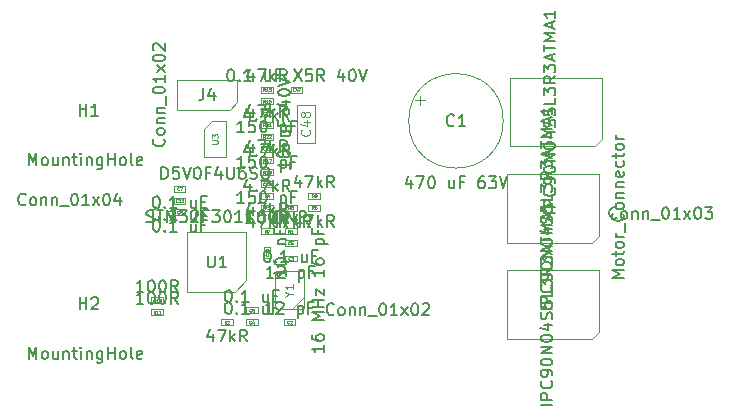
<source format=gbr>
G04 #@! TF.GenerationSoftware,KiCad,Pcbnew,5.1.6*
G04 #@! TF.CreationDate,2020-08-22T22:11:44-04:00*
G04 #@! TF.ProjectId,bldc-controller,626c6463-2d63-46f6-9e74-726f6c6c6572,rev?*
G04 #@! TF.SameCoordinates,Original*
G04 #@! TF.FileFunction,Other,Fab,Top*
%FSLAX46Y46*%
G04 Gerber Fmt 4.6, Leading zero omitted, Abs format (unit mm)*
G04 Created by KiCad (PCBNEW 5.1.6) date 2020-08-22 22:11:44*
%MOMM*%
%LPD*%
G01*
G04 APERTURE LIST*
%ADD10C,0.120000*%
%ADD11C,0.100000*%
%ADD12C,0.150000*%
%ADD13C,0.040000*%
%ADD14C,0.075000*%
%ADD15C,0.105000*%
G04 APERTURE END LIST*
D10*
X64206000Y-122850000D02*
X64206000Y-117050000D01*
X64206000Y-117050000D02*
X72006000Y-117050000D01*
X72006000Y-117050000D02*
X72006000Y-122250000D01*
X72006000Y-122250000D02*
X71406000Y-122850000D01*
X71406000Y-122850000D02*
X64206000Y-122850000D01*
X64206000Y-114712000D02*
X64206000Y-108912000D01*
X64206000Y-108912000D02*
X72006000Y-108912000D01*
X72006000Y-108912000D02*
X72006000Y-114112000D01*
X72006000Y-114112000D02*
X71406000Y-114712000D01*
X71406000Y-114712000D02*
X64206000Y-114712000D01*
X64460000Y-106550000D02*
X64460000Y-100750000D01*
X64460000Y-100750000D02*
X72260000Y-100750000D01*
X72260000Y-100750000D02*
X72260000Y-105950000D01*
X72260000Y-105950000D02*
X71660000Y-106550000D01*
X71660000Y-106550000D02*
X64460000Y-106550000D01*
D11*
X56873241Y-102252500D02*
X56873241Y-103052500D01*
X56473241Y-102652500D02*
X57273241Y-102652500D01*
X63900000Y-104400000D02*
G75*
G03*
X63900000Y-104400000I-4000000J0D01*
G01*
X34100000Y-120350000D02*
X35100000Y-120350000D01*
X34100000Y-120850000D02*
X34100000Y-120350000D01*
X35100000Y-120850000D02*
X34100000Y-120850000D01*
X35100000Y-120350000D02*
X35100000Y-120850000D01*
X34100000Y-119350000D02*
X35100000Y-119350000D01*
X34100000Y-119850000D02*
X34100000Y-119350000D01*
X35100000Y-119850000D02*
X34100000Y-119850000D01*
X35100000Y-119350000D02*
X35100000Y-119850000D01*
X47400000Y-110500000D02*
X48400000Y-110500000D01*
X47400000Y-111000000D02*
X47400000Y-110500000D01*
X48400000Y-111000000D02*
X47400000Y-111000000D01*
X48400000Y-110500000D02*
X48400000Y-111000000D01*
X40400000Y-104400000D02*
X40400000Y-107500000D01*
X40400000Y-107500000D02*
X38600000Y-107500000D01*
X38600000Y-105050000D02*
X38600000Y-107500000D01*
X40400000Y-104400000D02*
X39250000Y-104400000D01*
X38600000Y-105050000D02*
X39250000Y-104400000D01*
X44400000Y-106000000D02*
X43400000Y-106000000D01*
X44400000Y-105500000D02*
X44400000Y-106000000D01*
X43400000Y-105500000D02*
X44400000Y-105500000D01*
X43400000Y-106000000D02*
X43400000Y-105500000D01*
X43400000Y-104500000D02*
X44400000Y-104500000D01*
X43400000Y-105000000D02*
X43400000Y-104500000D01*
X44400000Y-105000000D02*
X43400000Y-105000000D01*
X44400000Y-104500000D02*
X44400000Y-105000000D01*
X44400000Y-109000000D02*
X43400000Y-109000000D01*
X44400000Y-108500000D02*
X44400000Y-109000000D01*
X43400000Y-108500000D02*
X44400000Y-108500000D01*
X43400000Y-109000000D02*
X43400000Y-108500000D01*
X43400000Y-107500000D02*
X44400000Y-107500000D01*
X43400000Y-108000000D02*
X43400000Y-107500000D01*
X44400000Y-108000000D02*
X43400000Y-108000000D01*
X44400000Y-107500000D02*
X44400000Y-108000000D01*
X44400000Y-103000000D02*
X43400000Y-103000000D01*
X44400000Y-102500000D02*
X44400000Y-103000000D01*
X43400000Y-102500000D02*
X44400000Y-102500000D01*
X43400000Y-103000000D02*
X43400000Y-102500000D01*
X43400000Y-101500000D02*
X44400000Y-101500000D01*
X43400000Y-102000000D02*
X43400000Y-101500000D01*
X44400000Y-102000000D02*
X43400000Y-102000000D01*
X44400000Y-101500000D02*
X44400000Y-102000000D01*
X43400000Y-113500000D02*
X44400000Y-113500000D01*
X43400000Y-114000000D02*
X43400000Y-113500000D01*
X44400000Y-114000000D02*
X43400000Y-114000000D01*
X44400000Y-113500000D02*
X44400000Y-114000000D01*
X41000000Y-121700000D02*
X40000000Y-121700000D01*
X41000000Y-121200000D02*
X41000000Y-121700000D01*
X40000000Y-121200000D02*
X41000000Y-121200000D01*
X40000000Y-121700000D02*
X40000000Y-121200000D01*
X45400000Y-113500000D02*
X46400000Y-113500000D01*
X45400000Y-114000000D02*
X45400000Y-113500000D01*
X46400000Y-114000000D02*
X45400000Y-114000000D01*
X46400000Y-113500000D02*
X46400000Y-114000000D01*
X36290000Y-100930000D02*
X41370000Y-100930000D01*
X36290000Y-103470000D02*
X36290000Y-100930000D01*
X40735000Y-103470000D02*
X36290000Y-103470000D01*
X41370000Y-102835000D02*
X40735000Y-103470000D01*
X41370000Y-100930000D02*
X41370000Y-102835000D01*
X46400000Y-106250000D02*
X46400000Y-103050000D01*
X48000000Y-106250000D02*
X46400000Y-106250000D01*
X48000000Y-103050000D02*
X48000000Y-106250000D01*
X46400000Y-103050000D02*
X48000000Y-103050000D01*
X45900000Y-101500000D02*
X46900000Y-101500000D01*
X45900000Y-102000000D02*
X45900000Y-101500000D01*
X46900000Y-102000000D02*
X45900000Y-102000000D01*
X46900000Y-101500000D02*
X46900000Y-102000000D01*
X44400000Y-107000000D02*
X43400000Y-107000000D01*
X44400000Y-106500000D02*
X44400000Y-107000000D01*
X43400000Y-106500000D02*
X44400000Y-106500000D01*
X43400000Y-107000000D02*
X43400000Y-106500000D01*
X44385000Y-110000000D02*
X43385000Y-110000000D01*
X44385000Y-109500000D02*
X44385000Y-110000000D01*
X43385000Y-109500000D02*
X44385000Y-109500000D01*
X43385000Y-110000000D02*
X43385000Y-109500000D01*
X44400000Y-104000000D02*
X43400000Y-104000000D01*
X44400000Y-103500000D02*
X44400000Y-104000000D01*
X43400000Y-103500000D02*
X44400000Y-103500000D01*
X43400000Y-104000000D02*
X43400000Y-103500000D01*
X37000000Y-111400000D02*
X36000000Y-111400000D01*
X37000000Y-110900000D02*
X37000000Y-111400000D01*
X36000000Y-110900000D02*
X37000000Y-110900000D01*
X36000000Y-111400000D02*
X36000000Y-110900000D01*
X42100000Y-120200000D02*
X43100000Y-120200000D01*
X42100000Y-120700000D02*
X42100000Y-120200000D01*
X43100000Y-120700000D02*
X42100000Y-120700000D01*
X43100000Y-120200000D02*
X43100000Y-120700000D01*
X37000000Y-110400000D02*
X36000000Y-110400000D01*
X37000000Y-109900000D02*
X37000000Y-110400000D01*
X36000000Y-109900000D02*
X37000000Y-109900000D01*
X36000000Y-110400000D02*
X36000000Y-109900000D01*
X37000000Y-112400000D02*
X36000000Y-112400000D01*
X37000000Y-111900000D02*
X37000000Y-112400000D01*
X36000000Y-111900000D02*
X37000000Y-111900000D01*
X36000000Y-112400000D02*
X36000000Y-111900000D01*
X46400000Y-115000000D02*
X45400000Y-115000000D01*
X46400000Y-114500000D02*
X46400000Y-115000000D01*
X45400000Y-114500000D02*
X46400000Y-114500000D01*
X45400000Y-115000000D02*
X45400000Y-114500000D01*
X42100000Y-121200000D02*
X43100000Y-121200000D01*
X42100000Y-121700000D02*
X42100000Y-121200000D01*
X43100000Y-121700000D02*
X42100000Y-121700000D01*
X43100000Y-121200000D02*
X43100000Y-121700000D01*
X46400000Y-116300000D02*
X45400000Y-116300000D01*
X46400000Y-115800000D02*
X46400000Y-116300000D01*
X45400000Y-115800000D02*
X46400000Y-115800000D01*
X45400000Y-116300000D02*
X45400000Y-115800000D01*
X45300000Y-121200000D02*
X46300000Y-121200000D01*
X45300000Y-121700000D02*
X45300000Y-121200000D01*
X46300000Y-121700000D02*
X45300000Y-121700000D01*
X46300000Y-121200000D02*
X46300000Y-121700000D01*
X46050000Y-120350000D02*
X47050000Y-119350000D01*
X44650000Y-120350000D02*
X44550000Y-120250000D01*
X46950000Y-120350000D02*
X44650000Y-120350000D01*
X47050000Y-120250000D02*
X46950000Y-120350000D01*
X47050000Y-117250000D02*
X47050000Y-120250000D01*
X46950000Y-117150000D02*
X47050000Y-117250000D01*
X44650000Y-117150000D02*
X46950000Y-117150000D01*
X44550000Y-117250000D02*
X44650000Y-117150000D01*
X44550000Y-120250000D02*
X44550000Y-117250000D01*
X42150000Y-117850000D02*
X41150000Y-118850000D01*
X42150000Y-113850000D02*
X42150000Y-117850000D01*
X37150000Y-113850000D02*
X42150000Y-113850000D01*
X37150000Y-118850000D02*
X37150000Y-113850000D01*
X41150000Y-118850000D02*
X37150000Y-118850000D01*
X46400000Y-112000000D02*
X45400000Y-112000000D01*
X46400000Y-111500000D02*
X46400000Y-112000000D01*
X45400000Y-111500000D02*
X46400000Y-111500000D01*
X45400000Y-112000000D02*
X45400000Y-111500000D01*
X48400000Y-112000000D02*
X47400000Y-112000000D01*
X48400000Y-111500000D02*
X48400000Y-112000000D01*
X47400000Y-111500000D02*
X48400000Y-111500000D01*
X47400000Y-112000000D02*
X47400000Y-111500000D01*
X44400000Y-112000000D02*
X43400000Y-112000000D01*
X44400000Y-111500000D02*
X44400000Y-112000000D01*
X43400000Y-111500000D02*
X44400000Y-111500000D01*
X43400000Y-112000000D02*
X43400000Y-111500000D01*
X44400000Y-111000000D02*
X43400000Y-111000000D01*
X44400000Y-110500000D02*
X44400000Y-111000000D01*
X43400000Y-110500000D02*
X44400000Y-110500000D01*
X43400000Y-111000000D02*
X43400000Y-110500000D01*
X44150000Y-115050000D02*
X44150000Y-116050000D01*
X43650000Y-115050000D02*
X44150000Y-115050000D01*
X43650000Y-116050000D02*
X43650000Y-115050000D01*
X44150000Y-116050000D02*
X43650000Y-116050000D01*
D12*
X68058380Y-128473809D02*
X67058380Y-128473809D01*
X68058380Y-127997619D02*
X67058380Y-127997619D01*
X67058380Y-127616666D01*
X67106000Y-127521428D01*
X67153619Y-127473809D01*
X67248857Y-127426190D01*
X67391714Y-127426190D01*
X67486952Y-127473809D01*
X67534571Y-127521428D01*
X67582190Y-127616666D01*
X67582190Y-127997619D01*
X67963142Y-126426190D02*
X68010761Y-126473809D01*
X68058380Y-126616666D01*
X68058380Y-126711904D01*
X68010761Y-126854761D01*
X67915523Y-126950000D01*
X67820285Y-126997619D01*
X67629809Y-127045238D01*
X67486952Y-127045238D01*
X67296476Y-126997619D01*
X67201238Y-126950000D01*
X67106000Y-126854761D01*
X67058380Y-126711904D01*
X67058380Y-126616666D01*
X67106000Y-126473809D01*
X67153619Y-126426190D01*
X68058380Y-125950000D02*
X68058380Y-125759523D01*
X68010761Y-125664285D01*
X67963142Y-125616666D01*
X67820285Y-125521428D01*
X67629809Y-125473809D01*
X67248857Y-125473809D01*
X67153619Y-125521428D01*
X67106000Y-125569047D01*
X67058380Y-125664285D01*
X67058380Y-125854761D01*
X67106000Y-125950000D01*
X67153619Y-125997619D01*
X67248857Y-126045238D01*
X67486952Y-126045238D01*
X67582190Y-125997619D01*
X67629809Y-125950000D01*
X67677428Y-125854761D01*
X67677428Y-125664285D01*
X67629809Y-125569047D01*
X67582190Y-125521428D01*
X67486952Y-125473809D01*
X67058380Y-124854761D02*
X67058380Y-124759523D01*
X67106000Y-124664285D01*
X67153619Y-124616666D01*
X67248857Y-124569047D01*
X67439333Y-124521428D01*
X67677428Y-124521428D01*
X67867904Y-124569047D01*
X67963142Y-124616666D01*
X68010761Y-124664285D01*
X68058380Y-124759523D01*
X68058380Y-124854761D01*
X68010761Y-124950000D01*
X67963142Y-124997619D01*
X67867904Y-125045238D01*
X67677428Y-125092857D01*
X67439333Y-125092857D01*
X67248857Y-125045238D01*
X67153619Y-124997619D01*
X67106000Y-124950000D01*
X67058380Y-124854761D01*
X68058380Y-124092857D02*
X67058380Y-124092857D01*
X68058380Y-123521428D01*
X67058380Y-123521428D01*
X67058380Y-122854761D02*
X67058380Y-122759523D01*
X67106000Y-122664285D01*
X67153619Y-122616666D01*
X67248857Y-122569047D01*
X67439333Y-122521428D01*
X67677428Y-122521428D01*
X67867904Y-122569047D01*
X67963142Y-122616666D01*
X68010761Y-122664285D01*
X68058380Y-122759523D01*
X68058380Y-122854761D01*
X68010761Y-122950000D01*
X67963142Y-122997619D01*
X67867904Y-123045238D01*
X67677428Y-123092857D01*
X67439333Y-123092857D01*
X67248857Y-123045238D01*
X67153619Y-122997619D01*
X67106000Y-122950000D01*
X67058380Y-122854761D01*
X67391714Y-121664285D02*
X68058380Y-121664285D01*
X67010761Y-121902380D02*
X67725047Y-122140476D01*
X67725047Y-121521428D01*
X68010761Y-121188095D02*
X68058380Y-121045238D01*
X68058380Y-120807142D01*
X68010761Y-120711904D01*
X67963142Y-120664285D01*
X67867904Y-120616666D01*
X67772666Y-120616666D01*
X67677428Y-120664285D01*
X67629809Y-120711904D01*
X67582190Y-120807142D01*
X67534571Y-120997619D01*
X67486952Y-121092857D01*
X67439333Y-121140476D01*
X67344095Y-121188095D01*
X67248857Y-121188095D01*
X67153619Y-121140476D01*
X67106000Y-121092857D01*
X67058380Y-120997619D01*
X67058380Y-120759523D01*
X67106000Y-120616666D01*
X67058380Y-119711904D02*
X67058380Y-120188095D01*
X67534571Y-120235714D01*
X67486952Y-120188095D01*
X67439333Y-120092857D01*
X67439333Y-119854761D01*
X67486952Y-119759523D01*
X67534571Y-119711904D01*
X67629809Y-119664285D01*
X67867904Y-119664285D01*
X67963142Y-119711904D01*
X68010761Y-119759523D01*
X68058380Y-119854761D01*
X68058380Y-120092857D01*
X68010761Y-120188095D01*
X67963142Y-120235714D01*
X68058380Y-118759523D02*
X68058380Y-119235714D01*
X67058380Y-119235714D01*
X67058380Y-118521428D02*
X67058380Y-117902380D01*
X67439333Y-118235714D01*
X67439333Y-118092857D01*
X67486952Y-117997619D01*
X67534571Y-117950000D01*
X67629809Y-117902380D01*
X67867904Y-117902380D01*
X67963142Y-117950000D01*
X68010761Y-117997619D01*
X68058380Y-118092857D01*
X68058380Y-118378571D01*
X68010761Y-118473809D01*
X67963142Y-118521428D01*
X68058380Y-116902380D02*
X67582190Y-117235714D01*
X68058380Y-117473809D02*
X67058380Y-117473809D01*
X67058380Y-117092857D01*
X67106000Y-116997619D01*
X67153619Y-116950000D01*
X67248857Y-116902380D01*
X67391714Y-116902380D01*
X67486952Y-116950000D01*
X67534571Y-116997619D01*
X67582190Y-117092857D01*
X67582190Y-117473809D01*
X67058380Y-116569047D02*
X67058380Y-115950000D01*
X67439333Y-116283333D01*
X67439333Y-116140476D01*
X67486952Y-116045238D01*
X67534571Y-115997619D01*
X67629809Y-115950000D01*
X67867904Y-115950000D01*
X67963142Y-115997619D01*
X68010761Y-116045238D01*
X68058380Y-116140476D01*
X68058380Y-116426190D01*
X68010761Y-116521428D01*
X67963142Y-116569047D01*
X67772666Y-115569047D02*
X67772666Y-115092857D01*
X68058380Y-115664285D02*
X67058380Y-115330952D01*
X68058380Y-114997619D01*
X67058380Y-114807142D02*
X67058380Y-114235714D01*
X68058380Y-114521428D02*
X67058380Y-114521428D01*
X68058380Y-113902380D02*
X67058380Y-113902380D01*
X67772666Y-113569047D01*
X67058380Y-113235714D01*
X68058380Y-113235714D01*
X67772666Y-112807142D02*
X67772666Y-112330952D01*
X68058380Y-112902380D02*
X67058380Y-112569047D01*
X68058380Y-112235714D01*
X68058380Y-111378571D02*
X68058380Y-111950000D01*
X68058380Y-111664285D02*
X67058380Y-111664285D01*
X67201238Y-111759523D01*
X67296476Y-111854761D01*
X67344095Y-111950000D01*
X68058380Y-120335809D02*
X67058380Y-120335809D01*
X68058380Y-119859619D02*
X67058380Y-119859619D01*
X67058380Y-119478666D01*
X67106000Y-119383428D01*
X67153619Y-119335809D01*
X67248857Y-119288190D01*
X67391714Y-119288190D01*
X67486952Y-119335809D01*
X67534571Y-119383428D01*
X67582190Y-119478666D01*
X67582190Y-119859619D01*
X67963142Y-118288190D02*
X68010761Y-118335809D01*
X68058380Y-118478666D01*
X68058380Y-118573904D01*
X68010761Y-118716761D01*
X67915523Y-118812000D01*
X67820285Y-118859619D01*
X67629809Y-118907238D01*
X67486952Y-118907238D01*
X67296476Y-118859619D01*
X67201238Y-118812000D01*
X67106000Y-118716761D01*
X67058380Y-118573904D01*
X67058380Y-118478666D01*
X67106000Y-118335809D01*
X67153619Y-118288190D01*
X68058380Y-117812000D02*
X68058380Y-117621523D01*
X68010761Y-117526285D01*
X67963142Y-117478666D01*
X67820285Y-117383428D01*
X67629809Y-117335809D01*
X67248857Y-117335809D01*
X67153619Y-117383428D01*
X67106000Y-117431047D01*
X67058380Y-117526285D01*
X67058380Y-117716761D01*
X67106000Y-117812000D01*
X67153619Y-117859619D01*
X67248857Y-117907238D01*
X67486952Y-117907238D01*
X67582190Y-117859619D01*
X67629809Y-117812000D01*
X67677428Y-117716761D01*
X67677428Y-117526285D01*
X67629809Y-117431047D01*
X67582190Y-117383428D01*
X67486952Y-117335809D01*
X67058380Y-116716761D02*
X67058380Y-116621523D01*
X67106000Y-116526285D01*
X67153619Y-116478666D01*
X67248857Y-116431047D01*
X67439333Y-116383428D01*
X67677428Y-116383428D01*
X67867904Y-116431047D01*
X67963142Y-116478666D01*
X68010761Y-116526285D01*
X68058380Y-116621523D01*
X68058380Y-116716761D01*
X68010761Y-116812000D01*
X67963142Y-116859619D01*
X67867904Y-116907238D01*
X67677428Y-116954857D01*
X67439333Y-116954857D01*
X67248857Y-116907238D01*
X67153619Y-116859619D01*
X67106000Y-116812000D01*
X67058380Y-116716761D01*
X68058380Y-115954857D02*
X67058380Y-115954857D01*
X68058380Y-115383428D01*
X67058380Y-115383428D01*
X67058380Y-114716761D02*
X67058380Y-114621523D01*
X67106000Y-114526285D01*
X67153619Y-114478666D01*
X67248857Y-114431047D01*
X67439333Y-114383428D01*
X67677428Y-114383428D01*
X67867904Y-114431047D01*
X67963142Y-114478666D01*
X68010761Y-114526285D01*
X68058380Y-114621523D01*
X68058380Y-114716761D01*
X68010761Y-114812000D01*
X67963142Y-114859619D01*
X67867904Y-114907238D01*
X67677428Y-114954857D01*
X67439333Y-114954857D01*
X67248857Y-114907238D01*
X67153619Y-114859619D01*
X67106000Y-114812000D01*
X67058380Y-114716761D01*
X67391714Y-113526285D02*
X68058380Y-113526285D01*
X67010761Y-113764380D02*
X67725047Y-114002476D01*
X67725047Y-113383428D01*
X68010761Y-113050095D02*
X68058380Y-112907238D01*
X68058380Y-112669142D01*
X68010761Y-112573904D01*
X67963142Y-112526285D01*
X67867904Y-112478666D01*
X67772666Y-112478666D01*
X67677428Y-112526285D01*
X67629809Y-112573904D01*
X67582190Y-112669142D01*
X67534571Y-112859619D01*
X67486952Y-112954857D01*
X67439333Y-113002476D01*
X67344095Y-113050095D01*
X67248857Y-113050095D01*
X67153619Y-113002476D01*
X67106000Y-112954857D01*
X67058380Y-112859619D01*
X67058380Y-112621523D01*
X67106000Y-112478666D01*
X67058380Y-111573904D02*
X67058380Y-112050095D01*
X67534571Y-112097714D01*
X67486952Y-112050095D01*
X67439333Y-111954857D01*
X67439333Y-111716761D01*
X67486952Y-111621523D01*
X67534571Y-111573904D01*
X67629809Y-111526285D01*
X67867904Y-111526285D01*
X67963142Y-111573904D01*
X68010761Y-111621523D01*
X68058380Y-111716761D01*
X68058380Y-111954857D01*
X68010761Y-112050095D01*
X67963142Y-112097714D01*
X68058380Y-110621523D02*
X68058380Y-111097714D01*
X67058380Y-111097714D01*
X67058380Y-110383428D02*
X67058380Y-109764380D01*
X67439333Y-110097714D01*
X67439333Y-109954857D01*
X67486952Y-109859619D01*
X67534571Y-109812000D01*
X67629809Y-109764380D01*
X67867904Y-109764380D01*
X67963142Y-109812000D01*
X68010761Y-109859619D01*
X68058380Y-109954857D01*
X68058380Y-110240571D01*
X68010761Y-110335809D01*
X67963142Y-110383428D01*
X68058380Y-108764380D02*
X67582190Y-109097714D01*
X68058380Y-109335809D02*
X67058380Y-109335809D01*
X67058380Y-108954857D01*
X67106000Y-108859619D01*
X67153619Y-108812000D01*
X67248857Y-108764380D01*
X67391714Y-108764380D01*
X67486952Y-108812000D01*
X67534571Y-108859619D01*
X67582190Y-108954857D01*
X67582190Y-109335809D01*
X67058380Y-108431047D02*
X67058380Y-107812000D01*
X67439333Y-108145333D01*
X67439333Y-108002476D01*
X67486952Y-107907238D01*
X67534571Y-107859619D01*
X67629809Y-107812000D01*
X67867904Y-107812000D01*
X67963142Y-107859619D01*
X68010761Y-107907238D01*
X68058380Y-108002476D01*
X68058380Y-108288190D01*
X68010761Y-108383428D01*
X67963142Y-108431047D01*
X67772666Y-107431047D02*
X67772666Y-106954857D01*
X68058380Y-107526285D02*
X67058380Y-107192952D01*
X68058380Y-106859619D01*
X67058380Y-106669142D02*
X67058380Y-106097714D01*
X68058380Y-106383428D02*
X67058380Y-106383428D01*
X68058380Y-105764380D02*
X67058380Y-105764380D01*
X67772666Y-105431047D01*
X67058380Y-105097714D01*
X68058380Y-105097714D01*
X67772666Y-104669142D02*
X67772666Y-104192952D01*
X68058380Y-104764380D02*
X67058380Y-104431047D01*
X68058380Y-104097714D01*
X68058380Y-103240571D02*
X68058380Y-103812000D01*
X68058380Y-103526285D02*
X67058380Y-103526285D01*
X67201238Y-103621523D01*
X67296476Y-103716761D01*
X67344095Y-103812000D01*
X68312380Y-112173809D02*
X67312380Y-112173809D01*
X68312380Y-111697619D02*
X67312380Y-111697619D01*
X67312380Y-111316666D01*
X67360000Y-111221428D01*
X67407619Y-111173809D01*
X67502857Y-111126190D01*
X67645714Y-111126190D01*
X67740952Y-111173809D01*
X67788571Y-111221428D01*
X67836190Y-111316666D01*
X67836190Y-111697619D01*
X68217142Y-110126190D02*
X68264761Y-110173809D01*
X68312380Y-110316666D01*
X68312380Y-110411904D01*
X68264761Y-110554761D01*
X68169523Y-110650000D01*
X68074285Y-110697619D01*
X67883809Y-110745238D01*
X67740952Y-110745238D01*
X67550476Y-110697619D01*
X67455238Y-110650000D01*
X67360000Y-110554761D01*
X67312380Y-110411904D01*
X67312380Y-110316666D01*
X67360000Y-110173809D01*
X67407619Y-110126190D01*
X68312380Y-109650000D02*
X68312380Y-109459523D01*
X68264761Y-109364285D01*
X68217142Y-109316666D01*
X68074285Y-109221428D01*
X67883809Y-109173809D01*
X67502857Y-109173809D01*
X67407619Y-109221428D01*
X67360000Y-109269047D01*
X67312380Y-109364285D01*
X67312380Y-109554761D01*
X67360000Y-109650000D01*
X67407619Y-109697619D01*
X67502857Y-109745238D01*
X67740952Y-109745238D01*
X67836190Y-109697619D01*
X67883809Y-109650000D01*
X67931428Y-109554761D01*
X67931428Y-109364285D01*
X67883809Y-109269047D01*
X67836190Y-109221428D01*
X67740952Y-109173809D01*
X67312380Y-108554761D02*
X67312380Y-108459523D01*
X67360000Y-108364285D01*
X67407619Y-108316666D01*
X67502857Y-108269047D01*
X67693333Y-108221428D01*
X67931428Y-108221428D01*
X68121904Y-108269047D01*
X68217142Y-108316666D01*
X68264761Y-108364285D01*
X68312380Y-108459523D01*
X68312380Y-108554761D01*
X68264761Y-108650000D01*
X68217142Y-108697619D01*
X68121904Y-108745238D01*
X67931428Y-108792857D01*
X67693333Y-108792857D01*
X67502857Y-108745238D01*
X67407619Y-108697619D01*
X67360000Y-108650000D01*
X67312380Y-108554761D01*
X68312380Y-107792857D02*
X67312380Y-107792857D01*
X68312380Y-107221428D01*
X67312380Y-107221428D01*
X67312380Y-106554761D02*
X67312380Y-106459523D01*
X67360000Y-106364285D01*
X67407619Y-106316666D01*
X67502857Y-106269047D01*
X67693333Y-106221428D01*
X67931428Y-106221428D01*
X68121904Y-106269047D01*
X68217142Y-106316666D01*
X68264761Y-106364285D01*
X68312380Y-106459523D01*
X68312380Y-106554761D01*
X68264761Y-106650000D01*
X68217142Y-106697619D01*
X68121904Y-106745238D01*
X67931428Y-106792857D01*
X67693333Y-106792857D01*
X67502857Y-106745238D01*
X67407619Y-106697619D01*
X67360000Y-106650000D01*
X67312380Y-106554761D01*
X67645714Y-105364285D02*
X68312380Y-105364285D01*
X67264761Y-105602380D02*
X67979047Y-105840476D01*
X67979047Y-105221428D01*
X68264761Y-104888095D02*
X68312380Y-104745238D01*
X68312380Y-104507142D01*
X68264761Y-104411904D01*
X68217142Y-104364285D01*
X68121904Y-104316666D01*
X68026666Y-104316666D01*
X67931428Y-104364285D01*
X67883809Y-104411904D01*
X67836190Y-104507142D01*
X67788571Y-104697619D01*
X67740952Y-104792857D01*
X67693333Y-104840476D01*
X67598095Y-104888095D01*
X67502857Y-104888095D01*
X67407619Y-104840476D01*
X67360000Y-104792857D01*
X67312380Y-104697619D01*
X67312380Y-104459523D01*
X67360000Y-104316666D01*
X67312380Y-103411904D02*
X67312380Y-103888095D01*
X67788571Y-103935714D01*
X67740952Y-103888095D01*
X67693333Y-103792857D01*
X67693333Y-103554761D01*
X67740952Y-103459523D01*
X67788571Y-103411904D01*
X67883809Y-103364285D01*
X68121904Y-103364285D01*
X68217142Y-103411904D01*
X68264761Y-103459523D01*
X68312380Y-103554761D01*
X68312380Y-103792857D01*
X68264761Y-103888095D01*
X68217142Y-103935714D01*
X68312380Y-102459523D02*
X68312380Y-102935714D01*
X67312380Y-102935714D01*
X67312380Y-102221428D02*
X67312380Y-101602380D01*
X67693333Y-101935714D01*
X67693333Y-101792857D01*
X67740952Y-101697619D01*
X67788571Y-101650000D01*
X67883809Y-101602380D01*
X68121904Y-101602380D01*
X68217142Y-101650000D01*
X68264761Y-101697619D01*
X68312380Y-101792857D01*
X68312380Y-102078571D01*
X68264761Y-102173809D01*
X68217142Y-102221428D01*
X68312380Y-100602380D02*
X67836190Y-100935714D01*
X68312380Y-101173809D02*
X67312380Y-101173809D01*
X67312380Y-100792857D01*
X67360000Y-100697619D01*
X67407619Y-100650000D01*
X67502857Y-100602380D01*
X67645714Y-100602380D01*
X67740952Y-100650000D01*
X67788571Y-100697619D01*
X67836190Y-100792857D01*
X67836190Y-101173809D01*
X67312380Y-100269047D02*
X67312380Y-99650000D01*
X67693333Y-99983333D01*
X67693333Y-99840476D01*
X67740952Y-99745238D01*
X67788571Y-99697619D01*
X67883809Y-99650000D01*
X68121904Y-99650000D01*
X68217142Y-99697619D01*
X68264761Y-99745238D01*
X68312380Y-99840476D01*
X68312380Y-100126190D01*
X68264761Y-100221428D01*
X68217142Y-100269047D01*
X68026666Y-99269047D02*
X68026666Y-98792857D01*
X68312380Y-99364285D02*
X67312380Y-99030952D01*
X68312380Y-98697619D01*
X67312380Y-98507142D02*
X67312380Y-97935714D01*
X68312380Y-98221428D02*
X67312380Y-98221428D01*
X68312380Y-97602380D02*
X67312380Y-97602380D01*
X68026666Y-97269047D01*
X67312380Y-96935714D01*
X68312380Y-96935714D01*
X68026666Y-96507142D02*
X68026666Y-96030952D01*
X68312380Y-96602380D02*
X67312380Y-96269047D01*
X68312380Y-95935714D01*
X68312380Y-95078571D02*
X68312380Y-95650000D01*
X68312380Y-95364285D02*
X67312380Y-95364285D01*
X67455238Y-95459523D01*
X67550476Y-95554761D01*
X67598095Y-95650000D01*
X49561904Y-120757142D02*
X49514285Y-120804761D01*
X49371428Y-120852380D01*
X49276190Y-120852380D01*
X49133333Y-120804761D01*
X49038095Y-120709523D01*
X48990476Y-120614285D01*
X48942857Y-120423809D01*
X48942857Y-120280952D01*
X48990476Y-120090476D01*
X49038095Y-119995238D01*
X49133333Y-119900000D01*
X49276190Y-119852380D01*
X49371428Y-119852380D01*
X49514285Y-119900000D01*
X49561904Y-119947619D01*
X50133333Y-120852380D02*
X50038095Y-120804761D01*
X49990476Y-120757142D01*
X49942857Y-120661904D01*
X49942857Y-120376190D01*
X49990476Y-120280952D01*
X50038095Y-120233333D01*
X50133333Y-120185714D01*
X50276190Y-120185714D01*
X50371428Y-120233333D01*
X50419047Y-120280952D01*
X50466666Y-120376190D01*
X50466666Y-120661904D01*
X50419047Y-120757142D01*
X50371428Y-120804761D01*
X50276190Y-120852380D01*
X50133333Y-120852380D01*
X50895238Y-120185714D02*
X50895238Y-120852380D01*
X50895238Y-120280952D02*
X50942857Y-120233333D01*
X51038095Y-120185714D01*
X51180952Y-120185714D01*
X51276190Y-120233333D01*
X51323809Y-120328571D01*
X51323809Y-120852380D01*
X51800000Y-120185714D02*
X51800000Y-120852380D01*
X51800000Y-120280952D02*
X51847619Y-120233333D01*
X51942857Y-120185714D01*
X52085714Y-120185714D01*
X52180952Y-120233333D01*
X52228571Y-120328571D01*
X52228571Y-120852380D01*
X52466666Y-120947619D02*
X53228571Y-120947619D01*
X53657142Y-119852380D02*
X53752380Y-119852380D01*
X53847619Y-119900000D01*
X53895238Y-119947619D01*
X53942857Y-120042857D01*
X53990476Y-120233333D01*
X53990476Y-120471428D01*
X53942857Y-120661904D01*
X53895238Y-120757142D01*
X53847619Y-120804761D01*
X53752380Y-120852380D01*
X53657142Y-120852380D01*
X53561904Y-120804761D01*
X53514285Y-120757142D01*
X53466666Y-120661904D01*
X53419047Y-120471428D01*
X53419047Y-120233333D01*
X53466666Y-120042857D01*
X53514285Y-119947619D01*
X53561904Y-119900000D01*
X53657142Y-119852380D01*
X54942857Y-120852380D02*
X54371428Y-120852380D01*
X54657142Y-120852380D02*
X54657142Y-119852380D01*
X54561904Y-119995238D01*
X54466666Y-120090476D01*
X54371428Y-120138095D01*
X55276190Y-120852380D02*
X55800000Y-120185714D01*
X55276190Y-120185714D02*
X55800000Y-120852380D01*
X56371428Y-119852380D02*
X56466666Y-119852380D01*
X56561904Y-119900000D01*
X56609523Y-119947619D01*
X56657142Y-120042857D01*
X56704761Y-120233333D01*
X56704761Y-120471428D01*
X56657142Y-120661904D01*
X56609523Y-120757142D01*
X56561904Y-120804761D01*
X56466666Y-120852380D01*
X56371428Y-120852380D01*
X56276190Y-120804761D01*
X56228571Y-120757142D01*
X56180952Y-120661904D01*
X56133333Y-120471428D01*
X56133333Y-120233333D01*
X56180952Y-120042857D01*
X56228571Y-119947619D01*
X56276190Y-119900000D01*
X56371428Y-119852380D01*
X57085714Y-119947619D02*
X57133333Y-119900000D01*
X57228571Y-119852380D01*
X57466666Y-119852380D01*
X57561904Y-119900000D01*
X57609523Y-119947619D01*
X57657142Y-120042857D01*
X57657142Y-120138095D01*
X57609523Y-120280952D01*
X57038095Y-120852380D01*
X57657142Y-120852380D01*
X56114285Y-109435714D02*
X56114285Y-110102380D01*
X55876190Y-109054761D02*
X55638095Y-109769047D01*
X56257142Y-109769047D01*
X56542857Y-109102380D02*
X57209523Y-109102380D01*
X56780952Y-110102380D01*
X57780952Y-109102380D02*
X57876190Y-109102380D01*
X57971428Y-109150000D01*
X58019047Y-109197619D01*
X58066666Y-109292857D01*
X58114285Y-109483333D01*
X58114285Y-109721428D01*
X58066666Y-109911904D01*
X58019047Y-110007142D01*
X57971428Y-110054761D01*
X57876190Y-110102380D01*
X57780952Y-110102380D01*
X57685714Y-110054761D01*
X57638095Y-110007142D01*
X57590476Y-109911904D01*
X57542857Y-109721428D01*
X57542857Y-109483333D01*
X57590476Y-109292857D01*
X57638095Y-109197619D01*
X57685714Y-109150000D01*
X57780952Y-109102380D01*
X59733333Y-109435714D02*
X59733333Y-110102380D01*
X59304761Y-109435714D02*
X59304761Y-109959523D01*
X59352380Y-110054761D01*
X59447619Y-110102380D01*
X59590476Y-110102380D01*
X59685714Y-110054761D01*
X59733333Y-110007142D01*
X60542857Y-109578571D02*
X60209523Y-109578571D01*
X60209523Y-110102380D02*
X60209523Y-109102380D01*
X60685714Y-109102380D01*
X62257142Y-109102380D02*
X62066666Y-109102380D01*
X61971428Y-109150000D01*
X61923809Y-109197619D01*
X61828571Y-109340476D01*
X61780952Y-109530952D01*
X61780952Y-109911904D01*
X61828571Y-110007142D01*
X61876190Y-110054761D01*
X61971428Y-110102380D01*
X62161904Y-110102380D01*
X62257142Y-110054761D01*
X62304761Y-110007142D01*
X62352380Y-109911904D01*
X62352380Y-109673809D01*
X62304761Y-109578571D01*
X62257142Y-109530952D01*
X62161904Y-109483333D01*
X61971428Y-109483333D01*
X61876190Y-109530952D01*
X61828571Y-109578571D01*
X61780952Y-109673809D01*
X62685714Y-109102380D02*
X63304761Y-109102380D01*
X62971428Y-109483333D01*
X63114285Y-109483333D01*
X63209523Y-109530952D01*
X63257142Y-109578571D01*
X63304761Y-109673809D01*
X63304761Y-109911904D01*
X63257142Y-110007142D01*
X63209523Y-110054761D01*
X63114285Y-110102380D01*
X62828571Y-110102380D01*
X62733333Y-110054761D01*
X62685714Y-110007142D01*
X63590476Y-109102380D02*
X63923809Y-110102380D01*
X64257142Y-109102380D01*
X59733333Y-104757142D02*
X59685714Y-104804761D01*
X59542857Y-104852380D01*
X59447619Y-104852380D01*
X59304761Y-104804761D01*
X59209523Y-104709523D01*
X59161904Y-104614285D01*
X59114285Y-104423809D01*
X59114285Y-104280952D01*
X59161904Y-104090476D01*
X59209523Y-103995238D01*
X59304761Y-103900000D01*
X59447619Y-103852380D01*
X59542857Y-103852380D01*
X59685714Y-103900000D01*
X59733333Y-103947619D01*
X60685714Y-104852380D02*
X60114285Y-104852380D01*
X60400000Y-104852380D02*
X60400000Y-103852380D01*
X60304761Y-103995238D01*
X60209523Y-104090476D01*
X60114285Y-104138095D01*
X23461904Y-111457142D02*
X23414285Y-111504761D01*
X23271428Y-111552380D01*
X23176190Y-111552380D01*
X23033333Y-111504761D01*
X22938095Y-111409523D01*
X22890476Y-111314285D01*
X22842857Y-111123809D01*
X22842857Y-110980952D01*
X22890476Y-110790476D01*
X22938095Y-110695238D01*
X23033333Y-110600000D01*
X23176190Y-110552380D01*
X23271428Y-110552380D01*
X23414285Y-110600000D01*
X23461904Y-110647619D01*
X24033333Y-111552380D02*
X23938095Y-111504761D01*
X23890476Y-111457142D01*
X23842857Y-111361904D01*
X23842857Y-111076190D01*
X23890476Y-110980952D01*
X23938095Y-110933333D01*
X24033333Y-110885714D01*
X24176190Y-110885714D01*
X24271428Y-110933333D01*
X24319047Y-110980952D01*
X24366666Y-111076190D01*
X24366666Y-111361904D01*
X24319047Y-111457142D01*
X24271428Y-111504761D01*
X24176190Y-111552380D01*
X24033333Y-111552380D01*
X24795238Y-110885714D02*
X24795238Y-111552380D01*
X24795238Y-110980952D02*
X24842857Y-110933333D01*
X24938095Y-110885714D01*
X25080952Y-110885714D01*
X25176190Y-110933333D01*
X25223809Y-111028571D01*
X25223809Y-111552380D01*
X25700000Y-110885714D02*
X25700000Y-111552380D01*
X25700000Y-110980952D02*
X25747619Y-110933333D01*
X25842857Y-110885714D01*
X25985714Y-110885714D01*
X26080952Y-110933333D01*
X26128571Y-111028571D01*
X26128571Y-111552380D01*
X26366666Y-111647619D02*
X27128571Y-111647619D01*
X27557142Y-110552380D02*
X27652380Y-110552380D01*
X27747619Y-110600000D01*
X27795238Y-110647619D01*
X27842857Y-110742857D01*
X27890476Y-110933333D01*
X27890476Y-111171428D01*
X27842857Y-111361904D01*
X27795238Y-111457142D01*
X27747619Y-111504761D01*
X27652380Y-111552380D01*
X27557142Y-111552380D01*
X27461904Y-111504761D01*
X27414285Y-111457142D01*
X27366666Y-111361904D01*
X27319047Y-111171428D01*
X27319047Y-110933333D01*
X27366666Y-110742857D01*
X27414285Y-110647619D01*
X27461904Y-110600000D01*
X27557142Y-110552380D01*
X28842857Y-111552380D02*
X28271428Y-111552380D01*
X28557142Y-111552380D02*
X28557142Y-110552380D01*
X28461904Y-110695238D01*
X28366666Y-110790476D01*
X28271428Y-110838095D01*
X29176190Y-111552380D02*
X29700000Y-110885714D01*
X29176190Y-110885714D02*
X29700000Y-111552380D01*
X30271428Y-110552380D02*
X30366666Y-110552380D01*
X30461904Y-110600000D01*
X30509523Y-110647619D01*
X30557142Y-110742857D01*
X30604761Y-110933333D01*
X30604761Y-111171428D01*
X30557142Y-111361904D01*
X30509523Y-111457142D01*
X30461904Y-111504761D01*
X30366666Y-111552380D01*
X30271428Y-111552380D01*
X30176190Y-111504761D01*
X30128571Y-111457142D01*
X30080952Y-111361904D01*
X30033333Y-111171428D01*
X30033333Y-110933333D01*
X30080952Y-110742857D01*
X30128571Y-110647619D01*
X30176190Y-110600000D01*
X30271428Y-110552380D01*
X31461904Y-110885714D02*
X31461904Y-111552380D01*
X31223809Y-110504761D02*
X30985714Y-111219047D01*
X31604761Y-111219047D01*
X33433333Y-119882380D02*
X32861904Y-119882380D01*
X33147619Y-119882380D02*
X33147619Y-118882380D01*
X33052380Y-119025238D01*
X32957142Y-119120476D01*
X32861904Y-119168095D01*
X34052380Y-118882380D02*
X34147619Y-118882380D01*
X34242857Y-118930000D01*
X34290476Y-118977619D01*
X34338095Y-119072857D01*
X34385714Y-119263333D01*
X34385714Y-119501428D01*
X34338095Y-119691904D01*
X34290476Y-119787142D01*
X34242857Y-119834761D01*
X34147619Y-119882380D01*
X34052380Y-119882380D01*
X33957142Y-119834761D01*
X33909523Y-119787142D01*
X33861904Y-119691904D01*
X33814285Y-119501428D01*
X33814285Y-119263333D01*
X33861904Y-119072857D01*
X33909523Y-118977619D01*
X33957142Y-118930000D01*
X34052380Y-118882380D01*
X35004761Y-118882380D02*
X35100000Y-118882380D01*
X35195238Y-118930000D01*
X35242857Y-118977619D01*
X35290476Y-119072857D01*
X35338095Y-119263333D01*
X35338095Y-119501428D01*
X35290476Y-119691904D01*
X35242857Y-119787142D01*
X35195238Y-119834761D01*
X35100000Y-119882380D01*
X35004761Y-119882380D01*
X34909523Y-119834761D01*
X34861904Y-119787142D01*
X34814285Y-119691904D01*
X34766666Y-119501428D01*
X34766666Y-119263333D01*
X34814285Y-119072857D01*
X34861904Y-118977619D01*
X34909523Y-118930000D01*
X35004761Y-118882380D01*
X36338095Y-119882380D02*
X36004761Y-119406190D01*
X35766666Y-119882380D02*
X35766666Y-118882380D01*
X36147619Y-118882380D01*
X36242857Y-118930000D01*
X36290476Y-118977619D01*
X36338095Y-119072857D01*
X36338095Y-119215714D01*
X36290476Y-119310952D01*
X36242857Y-119358571D01*
X36147619Y-119406190D01*
X35766666Y-119406190D01*
D13*
X34439285Y-120713095D02*
X34355952Y-120594047D01*
X34296428Y-120713095D02*
X34296428Y-120463095D01*
X34391666Y-120463095D01*
X34415476Y-120475000D01*
X34427380Y-120486904D01*
X34439285Y-120510714D01*
X34439285Y-120546428D01*
X34427380Y-120570238D01*
X34415476Y-120582142D01*
X34391666Y-120594047D01*
X34296428Y-120594047D01*
X34677380Y-120713095D02*
X34534523Y-120713095D01*
X34605952Y-120713095D02*
X34605952Y-120463095D01*
X34582142Y-120498809D01*
X34558333Y-120522619D01*
X34534523Y-120534523D01*
X34915476Y-120713095D02*
X34772619Y-120713095D01*
X34844047Y-120713095D02*
X34844047Y-120463095D01*
X34820238Y-120498809D01*
X34796428Y-120522619D01*
X34772619Y-120534523D01*
D12*
X33433333Y-118882380D02*
X32861904Y-118882380D01*
X33147619Y-118882380D02*
X33147619Y-117882380D01*
X33052380Y-118025238D01*
X32957142Y-118120476D01*
X32861904Y-118168095D01*
X34052380Y-117882380D02*
X34147619Y-117882380D01*
X34242857Y-117930000D01*
X34290476Y-117977619D01*
X34338095Y-118072857D01*
X34385714Y-118263333D01*
X34385714Y-118501428D01*
X34338095Y-118691904D01*
X34290476Y-118787142D01*
X34242857Y-118834761D01*
X34147619Y-118882380D01*
X34052380Y-118882380D01*
X33957142Y-118834761D01*
X33909523Y-118787142D01*
X33861904Y-118691904D01*
X33814285Y-118501428D01*
X33814285Y-118263333D01*
X33861904Y-118072857D01*
X33909523Y-117977619D01*
X33957142Y-117930000D01*
X34052380Y-117882380D01*
X35004761Y-117882380D02*
X35100000Y-117882380D01*
X35195238Y-117930000D01*
X35242857Y-117977619D01*
X35290476Y-118072857D01*
X35338095Y-118263333D01*
X35338095Y-118501428D01*
X35290476Y-118691904D01*
X35242857Y-118787142D01*
X35195238Y-118834761D01*
X35100000Y-118882380D01*
X35004761Y-118882380D01*
X34909523Y-118834761D01*
X34861904Y-118787142D01*
X34814285Y-118691904D01*
X34766666Y-118501428D01*
X34766666Y-118263333D01*
X34814285Y-118072857D01*
X34861904Y-117977619D01*
X34909523Y-117930000D01*
X35004761Y-117882380D01*
X36338095Y-118882380D02*
X36004761Y-118406190D01*
X35766666Y-118882380D02*
X35766666Y-117882380D01*
X36147619Y-117882380D01*
X36242857Y-117930000D01*
X36290476Y-117977619D01*
X36338095Y-118072857D01*
X36338095Y-118215714D01*
X36290476Y-118310952D01*
X36242857Y-118358571D01*
X36147619Y-118406190D01*
X35766666Y-118406190D01*
D13*
X34439285Y-119713095D02*
X34355952Y-119594047D01*
X34296428Y-119713095D02*
X34296428Y-119463095D01*
X34391666Y-119463095D01*
X34415476Y-119475000D01*
X34427380Y-119486904D01*
X34439285Y-119510714D01*
X34439285Y-119546428D01*
X34427380Y-119570238D01*
X34415476Y-119582142D01*
X34391666Y-119594047D01*
X34296428Y-119594047D01*
X34677380Y-119713095D02*
X34534523Y-119713095D01*
X34605952Y-119713095D02*
X34605952Y-119463095D01*
X34582142Y-119498809D01*
X34558333Y-119522619D01*
X34534523Y-119534523D01*
X34832142Y-119463095D02*
X34855952Y-119463095D01*
X34879761Y-119475000D01*
X34891666Y-119486904D01*
X34903571Y-119510714D01*
X34915476Y-119558333D01*
X34915476Y-119617857D01*
X34903571Y-119665476D01*
X34891666Y-119689285D01*
X34879761Y-119701190D01*
X34855952Y-119713095D01*
X34832142Y-119713095D01*
X34808333Y-119701190D01*
X34796428Y-119689285D01*
X34784523Y-119665476D01*
X34772619Y-119617857D01*
X34772619Y-119558333D01*
X34784523Y-119510714D01*
X34796428Y-119486904D01*
X34808333Y-119475000D01*
X34832142Y-119463095D01*
D12*
X73511904Y-112607142D02*
X73464285Y-112654761D01*
X73321428Y-112702380D01*
X73226190Y-112702380D01*
X73083333Y-112654761D01*
X72988095Y-112559523D01*
X72940476Y-112464285D01*
X72892857Y-112273809D01*
X72892857Y-112130952D01*
X72940476Y-111940476D01*
X72988095Y-111845238D01*
X73083333Y-111750000D01*
X73226190Y-111702380D01*
X73321428Y-111702380D01*
X73464285Y-111750000D01*
X73511904Y-111797619D01*
X74083333Y-112702380D02*
X73988095Y-112654761D01*
X73940476Y-112607142D01*
X73892857Y-112511904D01*
X73892857Y-112226190D01*
X73940476Y-112130952D01*
X73988095Y-112083333D01*
X74083333Y-112035714D01*
X74226190Y-112035714D01*
X74321428Y-112083333D01*
X74369047Y-112130952D01*
X74416666Y-112226190D01*
X74416666Y-112511904D01*
X74369047Y-112607142D01*
X74321428Y-112654761D01*
X74226190Y-112702380D01*
X74083333Y-112702380D01*
X74845238Y-112035714D02*
X74845238Y-112702380D01*
X74845238Y-112130952D02*
X74892857Y-112083333D01*
X74988095Y-112035714D01*
X75130952Y-112035714D01*
X75226190Y-112083333D01*
X75273809Y-112178571D01*
X75273809Y-112702380D01*
X75750000Y-112035714D02*
X75750000Y-112702380D01*
X75750000Y-112130952D02*
X75797619Y-112083333D01*
X75892857Y-112035714D01*
X76035714Y-112035714D01*
X76130952Y-112083333D01*
X76178571Y-112178571D01*
X76178571Y-112702380D01*
X76416666Y-112797619D02*
X77178571Y-112797619D01*
X77607142Y-111702380D02*
X77702380Y-111702380D01*
X77797619Y-111750000D01*
X77845238Y-111797619D01*
X77892857Y-111892857D01*
X77940476Y-112083333D01*
X77940476Y-112321428D01*
X77892857Y-112511904D01*
X77845238Y-112607142D01*
X77797619Y-112654761D01*
X77702380Y-112702380D01*
X77607142Y-112702380D01*
X77511904Y-112654761D01*
X77464285Y-112607142D01*
X77416666Y-112511904D01*
X77369047Y-112321428D01*
X77369047Y-112083333D01*
X77416666Y-111892857D01*
X77464285Y-111797619D01*
X77511904Y-111750000D01*
X77607142Y-111702380D01*
X78892857Y-112702380D02*
X78321428Y-112702380D01*
X78607142Y-112702380D02*
X78607142Y-111702380D01*
X78511904Y-111845238D01*
X78416666Y-111940476D01*
X78321428Y-111988095D01*
X79226190Y-112702380D02*
X79750000Y-112035714D01*
X79226190Y-112035714D02*
X79750000Y-112702380D01*
X80321428Y-111702380D02*
X80416666Y-111702380D01*
X80511904Y-111750000D01*
X80559523Y-111797619D01*
X80607142Y-111892857D01*
X80654761Y-112083333D01*
X80654761Y-112321428D01*
X80607142Y-112511904D01*
X80559523Y-112607142D01*
X80511904Y-112654761D01*
X80416666Y-112702380D01*
X80321428Y-112702380D01*
X80226190Y-112654761D01*
X80178571Y-112607142D01*
X80130952Y-112511904D01*
X80083333Y-112321428D01*
X80083333Y-112083333D01*
X80130952Y-111892857D01*
X80178571Y-111797619D01*
X80226190Y-111750000D01*
X80321428Y-111702380D01*
X80988095Y-111702380D02*
X81607142Y-111702380D01*
X81273809Y-112083333D01*
X81416666Y-112083333D01*
X81511904Y-112130952D01*
X81559523Y-112178571D01*
X81607142Y-112273809D01*
X81607142Y-112511904D01*
X81559523Y-112607142D01*
X81511904Y-112654761D01*
X81416666Y-112702380D01*
X81130952Y-112702380D01*
X81035714Y-112654761D01*
X80988095Y-112607142D01*
X74102380Y-117726190D02*
X73102380Y-117726190D01*
X73816666Y-117392857D01*
X73102380Y-117059523D01*
X74102380Y-117059523D01*
X74102380Y-116440476D02*
X74054761Y-116535714D01*
X74007142Y-116583333D01*
X73911904Y-116630952D01*
X73626190Y-116630952D01*
X73530952Y-116583333D01*
X73483333Y-116535714D01*
X73435714Y-116440476D01*
X73435714Y-116297619D01*
X73483333Y-116202380D01*
X73530952Y-116154761D01*
X73626190Y-116107142D01*
X73911904Y-116107142D01*
X74007142Y-116154761D01*
X74054761Y-116202380D01*
X74102380Y-116297619D01*
X74102380Y-116440476D01*
X73435714Y-115821428D02*
X73435714Y-115440476D01*
X73102380Y-115678571D02*
X73959523Y-115678571D01*
X74054761Y-115630952D01*
X74102380Y-115535714D01*
X74102380Y-115440476D01*
X74102380Y-114964285D02*
X74054761Y-115059523D01*
X74007142Y-115107142D01*
X73911904Y-115154761D01*
X73626190Y-115154761D01*
X73530952Y-115107142D01*
X73483333Y-115059523D01*
X73435714Y-114964285D01*
X73435714Y-114821428D01*
X73483333Y-114726190D01*
X73530952Y-114678571D01*
X73626190Y-114630952D01*
X73911904Y-114630952D01*
X74007142Y-114678571D01*
X74054761Y-114726190D01*
X74102380Y-114821428D01*
X74102380Y-114964285D01*
X74102380Y-114202380D02*
X73435714Y-114202380D01*
X73626190Y-114202380D02*
X73530952Y-114154761D01*
X73483333Y-114107142D01*
X73435714Y-114011904D01*
X73435714Y-113916666D01*
X74197619Y-113821428D02*
X74197619Y-113059523D01*
X74007142Y-112250000D02*
X74054761Y-112297619D01*
X74102380Y-112440476D01*
X74102380Y-112535714D01*
X74054761Y-112678571D01*
X73959523Y-112773809D01*
X73864285Y-112821428D01*
X73673809Y-112869047D01*
X73530952Y-112869047D01*
X73340476Y-112821428D01*
X73245238Y-112773809D01*
X73150000Y-112678571D01*
X73102380Y-112535714D01*
X73102380Y-112440476D01*
X73150000Y-112297619D01*
X73197619Y-112250000D01*
X74102380Y-111678571D02*
X74054761Y-111773809D01*
X74007142Y-111821428D01*
X73911904Y-111869047D01*
X73626190Y-111869047D01*
X73530952Y-111821428D01*
X73483333Y-111773809D01*
X73435714Y-111678571D01*
X73435714Y-111535714D01*
X73483333Y-111440476D01*
X73530952Y-111392857D01*
X73626190Y-111345238D01*
X73911904Y-111345238D01*
X74007142Y-111392857D01*
X74054761Y-111440476D01*
X74102380Y-111535714D01*
X74102380Y-111678571D01*
X73435714Y-110916666D02*
X74102380Y-110916666D01*
X73530952Y-110916666D02*
X73483333Y-110869047D01*
X73435714Y-110773809D01*
X73435714Y-110630952D01*
X73483333Y-110535714D01*
X73578571Y-110488095D01*
X74102380Y-110488095D01*
X73435714Y-110011904D02*
X74102380Y-110011904D01*
X73530952Y-110011904D02*
X73483333Y-109964285D01*
X73435714Y-109869047D01*
X73435714Y-109726190D01*
X73483333Y-109630952D01*
X73578571Y-109583333D01*
X74102380Y-109583333D01*
X74054761Y-108726190D02*
X74102380Y-108821428D01*
X74102380Y-109011904D01*
X74054761Y-109107142D01*
X73959523Y-109154761D01*
X73578571Y-109154761D01*
X73483333Y-109107142D01*
X73435714Y-109011904D01*
X73435714Y-108821428D01*
X73483333Y-108726190D01*
X73578571Y-108678571D01*
X73673809Y-108678571D01*
X73769047Y-109154761D01*
X74054761Y-107821428D02*
X74102380Y-107916666D01*
X74102380Y-108107142D01*
X74054761Y-108202380D01*
X74007142Y-108250000D01*
X73911904Y-108297619D01*
X73626190Y-108297619D01*
X73530952Y-108250000D01*
X73483333Y-108202380D01*
X73435714Y-108107142D01*
X73435714Y-107916666D01*
X73483333Y-107821428D01*
X73435714Y-107535714D02*
X73435714Y-107154761D01*
X73102380Y-107392857D02*
X73959523Y-107392857D01*
X74054761Y-107345238D01*
X74102380Y-107250000D01*
X74102380Y-107154761D01*
X74102380Y-106678571D02*
X74054761Y-106773809D01*
X74007142Y-106821428D01*
X73911904Y-106869047D01*
X73626190Y-106869047D01*
X73530952Y-106821428D01*
X73483333Y-106773809D01*
X73435714Y-106678571D01*
X73435714Y-106535714D01*
X73483333Y-106440476D01*
X73530952Y-106392857D01*
X73626190Y-106345238D01*
X73911904Y-106345238D01*
X74007142Y-106392857D01*
X74054761Y-106440476D01*
X74102380Y-106535714D01*
X74102380Y-106678571D01*
X74102380Y-105916666D02*
X73435714Y-105916666D01*
X73626190Y-105916666D02*
X73530952Y-105869047D01*
X73483333Y-105821428D01*
X73435714Y-105726190D01*
X73435714Y-105630952D01*
X46709523Y-109365714D02*
X46709523Y-110032380D01*
X46471428Y-108984761D02*
X46233333Y-109699047D01*
X46852380Y-109699047D01*
X47138095Y-109032380D02*
X47804761Y-109032380D01*
X47376190Y-110032380D01*
X48185714Y-110032380D02*
X48185714Y-109032380D01*
X48280952Y-109651428D02*
X48566666Y-110032380D01*
X48566666Y-109365714D02*
X48185714Y-109746666D01*
X49566666Y-110032380D02*
X49233333Y-109556190D01*
X48995238Y-110032380D02*
X48995238Y-109032380D01*
X49376190Y-109032380D01*
X49471428Y-109080000D01*
X49519047Y-109127619D01*
X49566666Y-109222857D01*
X49566666Y-109365714D01*
X49519047Y-109460952D01*
X49471428Y-109508571D01*
X49376190Y-109556190D01*
X48995238Y-109556190D01*
D13*
X47858333Y-110863095D02*
X47775000Y-110744047D01*
X47715476Y-110863095D02*
X47715476Y-110613095D01*
X47810714Y-110613095D01*
X47834523Y-110625000D01*
X47846428Y-110636904D01*
X47858333Y-110660714D01*
X47858333Y-110696428D01*
X47846428Y-110720238D01*
X47834523Y-110732142D01*
X47810714Y-110744047D01*
X47715476Y-110744047D01*
X47977380Y-110863095D02*
X48025000Y-110863095D01*
X48048809Y-110851190D01*
X48060714Y-110839285D01*
X48084523Y-110803571D01*
X48096428Y-110755952D01*
X48096428Y-110660714D01*
X48084523Y-110636904D01*
X48072619Y-110625000D01*
X48048809Y-110613095D01*
X48001190Y-110613095D01*
X47977380Y-110625000D01*
X47965476Y-110636904D01*
X47953571Y-110660714D01*
X47953571Y-110720238D01*
X47965476Y-110744047D01*
X47977380Y-110755952D01*
X48001190Y-110767857D01*
X48048809Y-110767857D01*
X48072619Y-110755952D01*
X48084523Y-110744047D01*
X48096428Y-110720238D01*
D12*
X34952380Y-109302380D02*
X34952380Y-108302380D01*
X35190476Y-108302380D01*
X35333333Y-108350000D01*
X35428571Y-108445238D01*
X35476190Y-108540476D01*
X35523809Y-108730952D01*
X35523809Y-108873809D01*
X35476190Y-109064285D01*
X35428571Y-109159523D01*
X35333333Y-109254761D01*
X35190476Y-109302380D01*
X34952380Y-109302380D01*
X36428571Y-108302380D02*
X35952380Y-108302380D01*
X35904761Y-108778571D01*
X35952380Y-108730952D01*
X36047619Y-108683333D01*
X36285714Y-108683333D01*
X36380952Y-108730952D01*
X36428571Y-108778571D01*
X36476190Y-108873809D01*
X36476190Y-109111904D01*
X36428571Y-109207142D01*
X36380952Y-109254761D01*
X36285714Y-109302380D01*
X36047619Y-109302380D01*
X35952380Y-109254761D01*
X35904761Y-109207142D01*
X36761904Y-108302380D02*
X37095238Y-109302380D01*
X37428571Y-108302380D01*
X37952380Y-108302380D02*
X38047619Y-108302380D01*
X38142857Y-108350000D01*
X38190476Y-108397619D01*
X38238095Y-108492857D01*
X38285714Y-108683333D01*
X38285714Y-108921428D01*
X38238095Y-109111904D01*
X38190476Y-109207142D01*
X38142857Y-109254761D01*
X38047619Y-109302380D01*
X37952380Y-109302380D01*
X37857142Y-109254761D01*
X37809523Y-109207142D01*
X37761904Y-109111904D01*
X37714285Y-108921428D01*
X37714285Y-108683333D01*
X37761904Y-108492857D01*
X37809523Y-108397619D01*
X37857142Y-108350000D01*
X37952380Y-108302380D01*
X39047619Y-108778571D02*
X38714285Y-108778571D01*
X38714285Y-109302380D02*
X38714285Y-108302380D01*
X39190476Y-108302380D01*
X40000000Y-108635714D02*
X40000000Y-109302380D01*
X39761904Y-108254761D02*
X39523809Y-108969047D01*
X40142857Y-108969047D01*
X40523809Y-108302380D02*
X40523809Y-109111904D01*
X40571428Y-109207142D01*
X40619047Y-109254761D01*
X40714285Y-109302380D01*
X40904761Y-109302380D01*
X41000000Y-109254761D01*
X41047619Y-109207142D01*
X41095238Y-109111904D01*
X41095238Y-108302380D01*
X42000000Y-108302380D02*
X41809523Y-108302380D01*
X41714285Y-108350000D01*
X41666666Y-108397619D01*
X41571428Y-108540476D01*
X41523809Y-108730952D01*
X41523809Y-109111904D01*
X41571428Y-109207142D01*
X41619047Y-109254761D01*
X41714285Y-109302380D01*
X41904761Y-109302380D01*
X42000000Y-109254761D01*
X42047619Y-109207142D01*
X42095238Y-109111904D01*
X42095238Y-108873809D01*
X42047619Y-108778571D01*
X42000000Y-108730952D01*
X41904761Y-108683333D01*
X41714285Y-108683333D01*
X41619047Y-108730952D01*
X41571428Y-108778571D01*
X41523809Y-108873809D01*
X42476190Y-109254761D02*
X42619047Y-109302380D01*
X42857142Y-109302380D01*
X42952380Y-109254761D01*
X43000000Y-109207142D01*
X43047619Y-109111904D01*
X43047619Y-109016666D01*
X43000000Y-108921428D01*
X42952380Y-108873809D01*
X42857142Y-108826190D01*
X42666666Y-108778571D01*
X42571428Y-108730952D01*
X42523809Y-108683333D01*
X42476190Y-108588095D01*
X42476190Y-108492857D01*
X42523809Y-108397619D01*
X42571428Y-108350000D01*
X42666666Y-108302380D01*
X42904761Y-108302380D01*
X43047619Y-108350000D01*
X43666666Y-108302380D02*
X43857142Y-108302380D01*
X43952380Y-108350000D01*
X44047619Y-108445238D01*
X44095238Y-108635714D01*
X44095238Y-108969047D01*
X44047619Y-109159523D01*
X43952380Y-109254761D01*
X43857142Y-109302380D01*
X43666666Y-109302380D01*
X43571428Y-109254761D01*
X43476190Y-109159523D01*
X43428571Y-108969047D01*
X43428571Y-108635714D01*
X43476190Y-108445238D01*
X43571428Y-108350000D01*
X43666666Y-108302380D01*
D14*
X39226190Y-106330952D02*
X39630952Y-106330952D01*
X39678571Y-106307142D01*
X39702380Y-106283333D01*
X39726190Y-106235714D01*
X39726190Y-106140476D01*
X39702380Y-106092857D01*
X39678571Y-106069047D01*
X39630952Y-106045238D01*
X39226190Y-106045238D01*
X39226190Y-105854761D02*
X39226190Y-105545238D01*
X39416666Y-105711904D01*
X39416666Y-105640476D01*
X39440476Y-105592857D01*
X39464285Y-105569047D01*
X39511904Y-105545238D01*
X39630952Y-105545238D01*
X39678571Y-105569047D01*
X39702380Y-105592857D01*
X39726190Y-105640476D01*
X39726190Y-105783333D01*
X39702380Y-105830952D01*
X39678571Y-105854761D01*
D12*
X42471428Y-106705714D02*
X42471428Y-107372380D01*
X42233333Y-106324761D02*
X41995238Y-107039047D01*
X42614285Y-107039047D01*
X42995238Y-107277142D02*
X43042857Y-107324761D01*
X42995238Y-107372380D01*
X42947619Y-107324761D01*
X42995238Y-107277142D01*
X42995238Y-107372380D01*
X43376190Y-106372380D02*
X44042857Y-106372380D01*
X43614285Y-107372380D01*
X44423809Y-107372380D02*
X44423809Y-106372380D01*
X44519047Y-106991428D02*
X44804761Y-107372380D01*
X44804761Y-106705714D02*
X44423809Y-107086666D01*
X45804761Y-107372380D02*
X45471428Y-106896190D01*
X45233333Y-107372380D02*
X45233333Y-106372380D01*
X45614285Y-106372380D01*
X45709523Y-106420000D01*
X45757142Y-106467619D01*
X45804761Y-106562857D01*
X45804761Y-106705714D01*
X45757142Y-106800952D01*
X45709523Y-106848571D01*
X45614285Y-106896190D01*
X45233333Y-106896190D01*
D13*
X43739285Y-105863095D02*
X43655952Y-105744047D01*
X43596428Y-105863095D02*
X43596428Y-105613095D01*
X43691666Y-105613095D01*
X43715476Y-105625000D01*
X43727380Y-105636904D01*
X43739285Y-105660714D01*
X43739285Y-105696428D01*
X43727380Y-105720238D01*
X43715476Y-105732142D01*
X43691666Y-105744047D01*
X43596428Y-105744047D01*
X43834523Y-105636904D02*
X43846428Y-105625000D01*
X43870238Y-105613095D01*
X43929761Y-105613095D01*
X43953571Y-105625000D01*
X43965476Y-105636904D01*
X43977380Y-105660714D01*
X43977380Y-105684523D01*
X43965476Y-105720238D01*
X43822619Y-105863095D01*
X43977380Y-105863095D01*
X44072619Y-105636904D02*
X44084523Y-105625000D01*
X44108333Y-105613095D01*
X44167857Y-105613095D01*
X44191666Y-105625000D01*
X44203571Y-105636904D01*
X44215476Y-105660714D01*
X44215476Y-105684523D01*
X44203571Y-105720238D01*
X44060714Y-105863095D01*
X44215476Y-105863095D01*
D12*
X42709523Y-103365714D02*
X42709523Y-104032380D01*
X42471428Y-102984761D02*
X42233333Y-103699047D01*
X42852380Y-103699047D01*
X43138095Y-103032380D02*
X43804761Y-103032380D01*
X43376190Y-104032380D01*
X44185714Y-104032380D02*
X44185714Y-103032380D01*
X44280952Y-103651428D02*
X44566666Y-104032380D01*
X44566666Y-103365714D02*
X44185714Y-103746666D01*
X45566666Y-104032380D02*
X45233333Y-103556190D01*
X44995238Y-104032380D02*
X44995238Y-103032380D01*
X45376190Y-103032380D01*
X45471428Y-103080000D01*
X45519047Y-103127619D01*
X45566666Y-103222857D01*
X45566666Y-103365714D01*
X45519047Y-103460952D01*
X45471428Y-103508571D01*
X45376190Y-103556190D01*
X44995238Y-103556190D01*
D13*
X43739285Y-104863095D02*
X43655952Y-104744047D01*
X43596428Y-104863095D02*
X43596428Y-104613095D01*
X43691666Y-104613095D01*
X43715476Y-104625000D01*
X43727380Y-104636904D01*
X43739285Y-104660714D01*
X43739285Y-104696428D01*
X43727380Y-104720238D01*
X43715476Y-104732142D01*
X43691666Y-104744047D01*
X43596428Y-104744047D01*
X43834523Y-104636904D02*
X43846428Y-104625000D01*
X43870238Y-104613095D01*
X43929761Y-104613095D01*
X43953571Y-104625000D01*
X43965476Y-104636904D01*
X43977380Y-104660714D01*
X43977380Y-104684523D01*
X43965476Y-104720238D01*
X43822619Y-104863095D01*
X43977380Y-104863095D01*
X44215476Y-104863095D02*
X44072619Y-104863095D01*
X44144047Y-104863095D02*
X44144047Y-104613095D01*
X44120238Y-104648809D01*
X44096428Y-104672619D01*
X44072619Y-104684523D01*
D12*
X42471428Y-109705714D02*
X42471428Y-110372380D01*
X42233333Y-109324761D02*
X41995238Y-110039047D01*
X42614285Y-110039047D01*
X42995238Y-110277142D02*
X43042857Y-110324761D01*
X42995238Y-110372380D01*
X42947619Y-110324761D01*
X42995238Y-110277142D01*
X42995238Y-110372380D01*
X43376190Y-109372380D02*
X44042857Y-109372380D01*
X43614285Y-110372380D01*
X44423809Y-110372380D02*
X44423809Y-109372380D01*
X44519047Y-109991428D02*
X44804761Y-110372380D01*
X44804761Y-109705714D02*
X44423809Y-110086666D01*
X45804761Y-110372380D02*
X45471428Y-109896190D01*
X45233333Y-110372380D02*
X45233333Y-109372380D01*
X45614285Y-109372380D01*
X45709523Y-109420000D01*
X45757142Y-109467619D01*
X45804761Y-109562857D01*
X45804761Y-109705714D01*
X45757142Y-109800952D01*
X45709523Y-109848571D01*
X45614285Y-109896190D01*
X45233333Y-109896190D01*
D13*
X43739285Y-108863095D02*
X43655952Y-108744047D01*
X43596428Y-108863095D02*
X43596428Y-108613095D01*
X43691666Y-108613095D01*
X43715476Y-108625000D01*
X43727380Y-108636904D01*
X43739285Y-108660714D01*
X43739285Y-108696428D01*
X43727380Y-108720238D01*
X43715476Y-108732142D01*
X43691666Y-108744047D01*
X43596428Y-108744047D01*
X43977380Y-108863095D02*
X43834523Y-108863095D01*
X43905952Y-108863095D02*
X43905952Y-108613095D01*
X43882142Y-108648809D01*
X43858333Y-108672619D01*
X43834523Y-108684523D01*
X44120238Y-108720238D02*
X44096428Y-108708333D01*
X44084523Y-108696428D01*
X44072619Y-108672619D01*
X44072619Y-108660714D01*
X44084523Y-108636904D01*
X44096428Y-108625000D01*
X44120238Y-108613095D01*
X44167857Y-108613095D01*
X44191666Y-108625000D01*
X44203571Y-108636904D01*
X44215476Y-108660714D01*
X44215476Y-108672619D01*
X44203571Y-108696428D01*
X44191666Y-108708333D01*
X44167857Y-108720238D01*
X44120238Y-108720238D01*
X44096428Y-108732142D01*
X44084523Y-108744047D01*
X44072619Y-108767857D01*
X44072619Y-108815476D01*
X44084523Y-108839285D01*
X44096428Y-108851190D01*
X44120238Y-108863095D01*
X44167857Y-108863095D01*
X44191666Y-108851190D01*
X44203571Y-108839285D01*
X44215476Y-108815476D01*
X44215476Y-108767857D01*
X44203571Y-108744047D01*
X44191666Y-108732142D01*
X44167857Y-108720238D01*
D12*
X42709523Y-106365714D02*
X42709523Y-107032380D01*
X42471428Y-105984761D02*
X42233333Y-106699047D01*
X42852380Y-106699047D01*
X43138095Y-106032380D02*
X43804761Y-106032380D01*
X43376190Y-107032380D01*
X44185714Y-107032380D02*
X44185714Y-106032380D01*
X44280952Y-106651428D02*
X44566666Y-107032380D01*
X44566666Y-106365714D02*
X44185714Y-106746666D01*
X45566666Y-107032380D02*
X45233333Y-106556190D01*
X44995238Y-107032380D02*
X44995238Y-106032380D01*
X45376190Y-106032380D01*
X45471428Y-106080000D01*
X45519047Y-106127619D01*
X45566666Y-106222857D01*
X45566666Y-106365714D01*
X45519047Y-106460952D01*
X45471428Y-106508571D01*
X45376190Y-106556190D01*
X44995238Y-106556190D01*
D13*
X43739285Y-107863095D02*
X43655952Y-107744047D01*
X43596428Y-107863095D02*
X43596428Y-107613095D01*
X43691666Y-107613095D01*
X43715476Y-107625000D01*
X43727380Y-107636904D01*
X43739285Y-107660714D01*
X43739285Y-107696428D01*
X43727380Y-107720238D01*
X43715476Y-107732142D01*
X43691666Y-107744047D01*
X43596428Y-107744047D01*
X43977380Y-107863095D02*
X43834523Y-107863095D01*
X43905952Y-107863095D02*
X43905952Y-107613095D01*
X43882142Y-107648809D01*
X43858333Y-107672619D01*
X43834523Y-107684523D01*
X44060714Y-107613095D02*
X44227380Y-107613095D01*
X44120238Y-107863095D01*
D12*
X42471428Y-103705714D02*
X42471428Y-104372380D01*
X42233333Y-103324761D02*
X41995238Y-104039047D01*
X42614285Y-104039047D01*
X42995238Y-104277142D02*
X43042857Y-104324761D01*
X42995238Y-104372380D01*
X42947619Y-104324761D01*
X42995238Y-104277142D01*
X42995238Y-104372380D01*
X43376190Y-103372380D02*
X44042857Y-103372380D01*
X43614285Y-104372380D01*
X44423809Y-104372380D02*
X44423809Y-103372380D01*
X44519047Y-103991428D02*
X44804761Y-104372380D01*
X44804761Y-103705714D02*
X44423809Y-104086666D01*
X45804761Y-104372380D02*
X45471428Y-103896190D01*
X45233333Y-104372380D02*
X45233333Y-103372380D01*
X45614285Y-103372380D01*
X45709523Y-103420000D01*
X45757142Y-103467619D01*
X45804761Y-103562857D01*
X45804761Y-103705714D01*
X45757142Y-103800952D01*
X45709523Y-103848571D01*
X45614285Y-103896190D01*
X45233333Y-103896190D01*
D13*
X43739285Y-102863095D02*
X43655952Y-102744047D01*
X43596428Y-102863095D02*
X43596428Y-102613095D01*
X43691666Y-102613095D01*
X43715476Y-102625000D01*
X43727380Y-102636904D01*
X43739285Y-102660714D01*
X43739285Y-102696428D01*
X43727380Y-102720238D01*
X43715476Y-102732142D01*
X43691666Y-102744047D01*
X43596428Y-102744047D01*
X43977380Y-102863095D02*
X43834523Y-102863095D01*
X43905952Y-102863095D02*
X43905952Y-102613095D01*
X43882142Y-102648809D01*
X43858333Y-102672619D01*
X43834523Y-102684523D01*
X44191666Y-102613095D02*
X44144047Y-102613095D01*
X44120238Y-102625000D01*
X44108333Y-102636904D01*
X44084523Y-102672619D01*
X44072619Y-102720238D01*
X44072619Y-102815476D01*
X44084523Y-102839285D01*
X44096428Y-102851190D01*
X44120238Y-102863095D01*
X44167857Y-102863095D01*
X44191666Y-102851190D01*
X44203571Y-102839285D01*
X44215476Y-102815476D01*
X44215476Y-102755952D01*
X44203571Y-102732142D01*
X44191666Y-102720238D01*
X44167857Y-102708333D01*
X44120238Y-102708333D01*
X44096428Y-102720238D01*
X44084523Y-102732142D01*
X44072619Y-102755952D01*
D12*
X42709523Y-100365714D02*
X42709523Y-101032380D01*
X42471428Y-99984761D02*
X42233333Y-100699047D01*
X42852380Y-100699047D01*
X43138095Y-100032380D02*
X43804761Y-100032380D01*
X43376190Y-101032380D01*
X44185714Y-101032380D02*
X44185714Y-100032380D01*
X44280952Y-100651428D02*
X44566666Y-101032380D01*
X44566666Y-100365714D02*
X44185714Y-100746666D01*
X45566666Y-101032380D02*
X45233333Y-100556190D01*
X44995238Y-101032380D02*
X44995238Y-100032380D01*
X45376190Y-100032380D01*
X45471428Y-100080000D01*
X45519047Y-100127619D01*
X45566666Y-100222857D01*
X45566666Y-100365714D01*
X45519047Y-100460952D01*
X45471428Y-100508571D01*
X45376190Y-100556190D01*
X44995238Y-100556190D01*
D13*
X43739285Y-101863095D02*
X43655952Y-101744047D01*
X43596428Y-101863095D02*
X43596428Y-101613095D01*
X43691666Y-101613095D01*
X43715476Y-101625000D01*
X43727380Y-101636904D01*
X43739285Y-101660714D01*
X43739285Y-101696428D01*
X43727380Y-101720238D01*
X43715476Y-101732142D01*
X43691666Y-101744047D01*
X43596428Y-101744047D01*
X43977380Y-101863095D02*
X43834523Y-101863095D01*
X43905952Y-101863095D02*
X43905952Y-101613095D01*
X43882142Y-101648809D01*
X43858333Y-101672619D01*
X43834523Y-101684523D01*
X44203571Y-101613095D02*
X44084523Y-101613095D01*
X44072619Y-101732142D01*
X44084523Y-101720238D01*
X44108333Y-101708333D01*
X44167857Y-101708333D01*
X44191666Y-101720238D01*
X44203571Y-101732142D01*
X44215476Y-101755952D01*
X44215476Y-101815476D01*
X44203571Y-101839285D01*
X44191666Y-101851190D01*
X44167857Y-101863095D01*
X44108333Y-101863095D01*
X44084523Y-101851190D01*
X44072619Y-101839285D01*
D12*
X42733333Y-113032380D02*
X42161904Y-113032380D01*
X42447619Y-113032380D02*
X42447619Y-112032380D01*
X42352380Y-112175238D01*
X42257142Y-112270476D01*
X42161904Y-112318095D01*
X43352380Y-112032380D02*
X43447619Y-112032380D01*
X43542857Y-112080000D01*
X43590476Y-112127619D01*
X43638095Y-112222857D01*
X43685714Y-112413333D01*
X43685714Y-112651428D01*
X43638095Y-112841904D01*
X43590476Y-112937142D01*
X43542857Y-112984761D01*
X43447619Y-113032380D01*
X43352380Y-113032380D01*
X43257142Y-112984761D01*
X43209523Y-112937142D01*
X43161904Y-112841904D01*
X43114285Y-112651428D01*
X43114285Y-112413333D01*
X43161904Y-112222857D01*
X43209523Y-112127619D01*
X43257142Y-112080000D01*
X43352380Y-112032380D01*
X44304761Y-112032380D02*
X44400000Y-112032380D01*
X44495238Y-112080000D01*
X44542857Y-112127619D01*
X44590476Y-112222857D01*
X44638095Y-112413333D01*
X44638095Y-112651428D01*
X44590476Y-112841904D01*
X44542857Y-112937142D01*
X44495238Y-112984761D01*
X44400000Y-113032380D01*
X44304761Y-113032380D01*
X44209523Y-112984761D01*
X44161904Y-112937142D01*
X44114285Y-112841904D01*
X44066666Y-112651428D01*
X44066666Y-112413333D01*
X44114285Y-112222857D01*
X44161904Y-112127619D01*
X44209523Y-112080000D01*
X44304761Y-112032380D01*
X45638095Y-113032380D02*
X45304761Y-112556190D01*
X45066666Y-113032380D02*
X45066666Y-112032380D01*
X45447619Y-112032380D01*
X45542857Y-112080000D01*
X45590476Y-112127619D01*
X45638095Y-112222857D01*
X45638095Y-112365714D01*
X45590476Y-112460952D01*
X45542857Y-112508571D01*
X45447619Y-112556190D01*
X45066666Y-112556190D01*
D13*
X43858333Y-113863095D02*
X43775000Y-113744047D01*
X43715476Y-113863095D02*
X43715476Y-113613095D01*
X43810714Y-113613095D01*
X43834523Y-113625000D01*
X43846428Y-113636904D01*
X43858333Y-113660714D01*
X43858333Y-113696428D01*
X43846428Y-113720238D01*
X43834523Y-113732142D01*
X43810714Y-113744047D01*
X43715476Y-113744047D01*
X43941666Y-113613095D02*
X44108333Y-113613095D01*
X44001190Y-113863095D01*
D12*
X39309523Y-122405714D02*
X39309523Y-123072380D01*
X39071428Y-122024761D02*
X38833333Y-122739047D01*
X39452380Y-122739047D01*
X39738095Y-122072380D02*
X40404761Y-122072380D01*
X39976190Y-123072380D01*
X40785714Y-123072380D02*
X40785714Y-122072380D01*
X40880952Y-122691428D02*
X41166666Y-123072380D01*
X41166666Y-122405714D02*
X40785714Y-122786666D01*
X42166666Y-123072380D02*
X41833333Y-122596190D01*
X41595238Y-123072380D02*
X41595238Y-122072380D01*
X41976190Y-122072380D01*
X42071428Y-122120000D01*
X42119047Y-122167619D01*
X42166666Y-122262857D01*
X42166666Y-122405714D01*
X42119047Y-122500952D01*
X42071428Y-122548571D01*
X41976190Y-122596190D01*
X41595238Y-122596190D01*
D13*
X40458333Y-121563095D02*
X40375000Y-121444047D01*
X40315476Y-121563095D02*
X40315476Y-121313095D01*
X40410714Y-121313095D01*
X40434523Y-121325000D01*
X40446428Y-121336904D01*
X40458333Y-121360714D01*
X40458333Y-121396428D01*
X40446428Y-121420238D01*
X40434523Y-121432142D01*
X40410714Y-121444047D01*
X40315476Y-121444047D01*
X40553571Y-121336904D02*
X40565476Y-121325000D01*
X40589285Y-121313095D01*
X40648809Y-121313095D01*
X40672619Y-121325000D01*
X40684523Y-121336904D01*
X40696428Y-121360714D01*
X40696428Y-121384523D01*
X40684523Y-121420238D01*
X40541666Y-121563095D01*
X40696428Y-121563095D01*
D12*
X44614285Y-113032380D02*
X44614285Y-112032380D01*
X44852380Y-112032380D01*
X44995238Y-112080000D01*
X45090476Y-112175238D01*
X45138095Y-112270476D01*
X45185714Y-112460952D01*
X45185714Y-112603809D01*
X45138095Y-112794285D01*
X45090476Y-112889523D01*
X44995238Y-112984761D01*
X44852380Y-113032380D01*
X44614285Y-113032380D01*
X45614285Y-113032380D02*
X45614285Y-112032380D01*
X46185714Y-113032380D01*
X46185714Y-112032380D01*
X46661904Y-113032380D02*
X46661904Y-112032380D01*
X47042857Y-112032380D01*
X47138095Y-112080000D01*
X47185714Y-112127619D01*
X47233333Y-112222857D01*
X47233333Y-112365714D01*
X47185714Y-112460952D01*
X47138095Y-112508571D01*
X47042857Y-112556190D01*
X46661904Y-112556190D01*
D13*
X45858333Y-113863095D02*
X45775000Y-113744047D01*
X45715476Y-113863095D02*
X45715476Y-113613095D01*
X45810714Y-113613095D01*
X45834523Y-113625000D01*
X45846428Y-113636904D01*
X45858333Y-113660714D01*
X45858333Y-113696428D01*
X45846428Y-113720238D01*
X45834523Y-113732142D01*
X45810714Y-113744047D01*
X45715476Y-113744047D01*
X46096428Y-113863095D02*
X45953571Y-113863095D01*
X46025000Y-113863095D02*
X46025000Y-113613095D01*
X46001190Y-113648809D01*
X45977380Y-113672619D01*
X45953571Y-113684523D01*
D12*
X35147142Y-105938095D02*
X35194761Y-105985714D01*
X35242380Y-106128571D01*
X35242380Y-106223809D01*
X35194761Y-106366666D01*
X35099523Y-106461904D01*
X35004285Y-106509523D01*
X34813809Y-106557142D01*
X34670952Y-106557142D01*
X34480476Y-106509523D01*
X34385238Y-106461904D01*
X34290000Y-106366666D01*
X34242380Y-106223809D01*
X34242380Y-106128571D01*
X34290000Y-105985714D01*
X34337619Y-105938095D01*
X35242380Y-105366666D02*
X35194761Y-105461904D01*
X35147142Y-105509523D01*
X35051904Y-105557142D01*
X34766190Y-105557142D01*
X34670952Y-105509523D01*
X34623333Y-105461904D01*
X34575714Y-105366666D01*
X34575714Y-105223809D01*
X34623333Y-105128571D01*
X34670952Y-105080952D01*
X34766190Y-105033333D01*
X35051904Y-105033333D01*
X35147142Y-105080952D01*
X35194761Y-105128571D01*
X35242380Y-105223809D01*
X35242380Y-105366666D01*
X34575714Y-104604761D02*
X35242380Y-104604761D01*
X34670952Y-104604761D02*
X34623333Y-104557142D01*
X34575714Y-104461904D01*
X34575714Y-104319047D01*
X34623333Y-104223809D01*
X34718571Y-104176190D01*
X35242380Y-104176190D01*
X34575714Y-103700000D02*
X35242380Y-103700000D01*
X34670952Y-103700000D02*
X34623333Y-103652380D01*
X34575714Y-103557142D01*
X34575714Y-103414285D01*
X34623333Y-103319047D01*
X34718571Y-103271428D01*
X35242380Y-103271428D01*
X35337619Y-103033333D02*
X35337619Y-102271428D01*
X34242380Y-101842857D02*
X34242380Y-101747619D01*
X34290000Y-101652380D01*
X34337619Y-101604761D01*
X34432857Y-101557142D01*
X34623333Y-101509523D01*
X34861428Y-101509523D01*
X35051904Y-101557142D01*
X35147142Y-101604761D01*
X35194761Y-101652380D01*
X35242380Y-101747619D01*
X35242380Y-101842857D01*
X35194761Y-101938095D01*
X35147142Y-101985714D01*
X35051904Y-102033333D01*
X34861428Y-102080952D01*
X34623333Y-102080952D01*
X34432857Y-102033333D01*
X34337619Y-101985714D01*
X34290000Y-101938095D01*
X34242380Y-101842857D01*
X35242380Y-100557142D02*
X35242380Y-101128571D01*
X35242380Y-100842857D02*
X34242380Y-100842857D01*
X34385238Y-100938095D01*
X34480476Y-101033333D01*
X34528095Y-101128571D01*
X35242380Y-100223809D02*
X34575714Y-99700000D01*
X34575714Y-100223809D02*
X35242380Y-99700000D01*
X34242380Y-99128571D02*
X34242380Y-99033333D01*
X34290000Y-98938095D01*
X34337619Y-98890476D01*
X34432857Y-98842857D01*
X34623333Y-98795238D01*
X34861428Y-98795238D01*
X35051904Y-98842857D01*
X35147142Y-98890476D01*
X35194761Y-98938095D01*
X35242380Y-99033333D01*
X35242380Y-99128571D01*
X35194761Y-99223809D01*
X35147142Y-99271428D01*
X35051904Y-99319047D01*
X34861428Y-99366666D01*
X34623333Y-99366666D01*
X34432857Y-99319047D01*
X34337619Y-99271428D01*
X34290000Y-99223809D01*
X34242380Y-99128571D01*
X34337619Y-98414285D02*
X34290000Y-98366666D01*
X34242380Y-98271428D01*
X34242380Y-98033333D01*
X34290000Y-97938095D01*
X34337619Y-97890476D01*
X34432857Y-97842857D01*
X34528095Y-97842857D01*
X34670952Y-97890476D01*
X35242380Y-98461904D01*
X35242380Y-97842857D01*
X38496666Y-101652380D02*
X38496666Y-102366666D01*
X38449047Y-102509523D01*
X38353809Y-102604761D01*
X38210952Y-102652380D01*
X38115714Y-102652380D01*
X39401428Y-101985714D02*
X39401428Y-102652380D01*
X39163333Y-101604761D02*
X38925238Y-102319047D01*
X39544285Y-102319047D01*
X23714285Y-124552380D02*
X23714285Y-123552380D01*
X24047619Y-124266666D01*
X24380952Y-123552380D01*
X24380952Y-124552380D01*
X25000000Y-124552380D02*
X24904761Y-124504761D01*
X24857142Y-124457142D01*
X24809523Y-124361904D01*
X24809523Y-124076190D01*
X24857142Y-123980952D01*
X24904761Y-123933333D01*
X25000000Y-123885714D01*
X25142857Y-123885714D01*
X25238095Y-123933333D01*
X25285714Y-123980952D01*
X25333333Y-124076190D01*
X25333333Y-124361904D01*
X25285714Y-124457142D01*
X25238095Y-124504761D01*
X25142857Y-124552380D01*
X25000000Y-124552380D01*
X26190476Y-123885714D02*
X26190476Y-124552380D01*
X25761904Y-123885714D02*
X25761904Y-124409523D01*
X25809523Y-124504761D01*
X25904761Y-124552380D01*
X26047619Y-124552380D01*
X26142857Y-124504761D01*
X26190476Y-124457142D01*
X26666666Y-123885714D02*
X26666666Y-124552380D01*
X26666666Y-123980952D02*
X26714285Y-123933333D01*
X26809523Y-123885714D01*
X26952380Y-123885714D01*
X27047619Y-123933333D01*
X27095238Y-124028571D01*
X27095238Y-124552380D01*
X27428571Y-123885714D02*
X27809523Y-123885714D01*
X27571428Y-123552380D02*
X27571428Y-124409523D01*
X27619047Y-124504761D01*
X27714285Y-124552380D01*
X27809523Y-124552380D01*
X28142857Y-124552380D02*
X28142857Y-123885714D01*
X28142857Y-123552380D02*
X28095238Y-123600000D01*
X28142857Y-123647619D01*
X28190476Y-123600000D01*
X28142857Y-123552380D01*
X28142857Y-123647619D01*
X28619047Y-123885714D02*
X28619047Y-124552380D01*
X28619047Y-123980952D02*
X28666666Y-123933333D01*
X28761904Y-123885714D01*
X28904761Y-123885714D01*
X29000000Y-123933333D01*
X29047619Y-124028571D01*
X29047619Y-124552380D01*
X29952380Y-123885714D02*
X29952380Y-124695238D01*
X29904761Y-124790476D01*
X29857142Y-124838095D01*
X29761904Y-124885714D01*
X29619047Y-124885714D01*
X29523809Y-124838095D01*
X29952380Y-124504761D02*
X29857142Y-124552380D01*
X29666666Y-124552380D01*
X29571428Y-124504761D01*
X29523809Y-124457142D01*
X29476190Y-124361904D01*
X29476190Y-124076190D01*
X29523809Y-123980952D01*
X29571428Y-123933333D01*
X29666666Y-123885714D01*
X29857142Y-123885714D01*
X29952380Y-123933333D01*
X30428571Y-124552380D02*
X30428571Y-123552380D01*
X30428571Y-124028571D02*
X31000000Y-124028571D01*
X31000000Y-124552380D02*
X31000000Y-123552380D01*
X31619047Y-124552380D02*
X31523809Y-124504761D01*
X31476190Y-124457142D01*
X31428571Y-124361904D01*
X31428571Y-124076190D01*
X31476190Y-123980952D01*
X31523809Y-123933333D01*
X31619047Y-123885714D01*
X31761904Y-123885714D01*
X31857142Y-123933333D01*
X31904761Y-123980952D01*
X31952380Y-124076190D01*
X31952380Y-124361904D01*
X31904761Y-124457142D01*
X31857142Y-124504761D01*
X31761904Y-124552380D01*
X31619047Y-124552380D01*
X32523809Y-124552380D02*
X32428571Y-124504761D01*
X32380952Y-124409523D01*
X32380952Y-123552380D01*
X33285714Y-124504761D02*
X33190476Y-124552380D01*
X33000000Y-124552380D01*
X32904761Y-124504761D01*
X32857142Y-124409523D01*
X32857142Y-124028571D01*
X32904761Y-123933333D01*
X33000000Y-123885714D01*
X33190476Y-123885714D01*
X33285714Y-123933333D01*
X33333333Y-124028571D01*
X33333333Y-124123809D01*
X32857142Y-124219047D01*
X28038095Y-120352380D02*
X28038095Y-119352380D01*
X28038095Y-119828571D02*
X28609523Y-119828571D01*
X28609523Y-120352380D02*
X28609523Y-119352380D01*
X29038095Y-119447619D02*
X29085714Y-119400000D01*
X29180952Y-119352380D01*
X29419047Y-119352380D01*
X29514285Y-119400000D01*
X29561904Y-119447619D01*
X29609523Y-119542857D01*
X29609523Y-119638095D01*
X29561904Y-119780952D01*
X28990476Y-120352380D01*
X29609523Y-120352380D01*
X23714285Y-108152380D02*
X23714285Y-107152380D01*
X24047619Y-107866666D01*
X24380952Y-107152380D01*
X24380952Y-108152380D01*
X25000000Y-108152380D02*
X24904761Y-108104761D01*
X24857142Y-108057142D01*
X24809523Y-107961904D01*
X24809523Y-107676190D01*
X24857142Y-107580952D01*
X24904761Y-107533333D01*
X25000000Y-107485714D01*
X25142857Y-107485714D01*
X25238095Y-107533333D01*
X25285714Y-107580952D01*
X25333333Y-107676190D01*
X25333333Y-107961904D01*
X25285714Y-108057142D01*
X25238095Y-108104761D01*
X25142857Y-108152380D01*
X25000000Y-108152380D01*
X26190476Y-107485714D02*
X26190476Y-108152380D01*
X25761904Y-107485714D02*
X25761904Y-108009523D01*
X25809523Y-108104761D01*
X25904761Y-108152380D01*
X26047619Y-108152380D01*
X26142857Y-108104761D01*
X26190476Y-108057142D01*
X26666666Y-107485714D02*
X26666666Y-108152380D01*
X26666666Y-107580952D02*
X26714285Y-107533333D01*
X26809523Y-107485714D01*
X26952380Y-107485714D01*
X27047619Y-107533333D01*
X27095238Y-107628571D01*
X27095238Y-108152380D01*
X27428571Y-107485714D02*
X27809523Y-107485714D01*
X27571428Y-107152380D02*
X27571428Y-108009523D01*
X27619047Y-108104761D01*
X27714285Y-108152380D01*
X27809523Y-108152380D01*
X28142857Y-108152380D02*
X28142857Y-107485714D01*
X28142857Y-107152380D02*
X28095238Y-107200000D01*
X28142857Y-107247619D01*
X28190476Y-107200000D01*
X28142857Y-107152380D01*
X28142857Y-107247619D01*
X28619047Y-107485714D02*
X28619047Y-108152380D01*
X28619047Y-107580952D02*
X28666666Y-107533333D01*
X28761904Y-107485714D01*
X28904761Y-107485714D01*
X29000000Y-107533333D01*
X29047619Y-107628571D01*
X29047619Y-108152380D01*
X29952380Y-107485714D02*
X29952380Y-108295238D01*
X29904761Y-108390476D01*
X29857142Y-108438095D01*
X29761904Y-108485714D01*
X29619047Y-108485714D01*
X29523809Y-108438095D01*
X29952380Y-108104761D02*
X29857142Y-108152380D01*
X29666666Y-108152380D01*
X29571428Y-108104761D01*
X29523809Y-108057142D01*
X29476190Y-107961904D01*
X29476190Y-107676190D01*
X29523809Y-107580952D01*
X29571428Y-107533333D01*
X29666666Y-107485714D01*
X29857142Y-107485714D01*
X29952380Y-107533333D01*
X30428571Y-108152380D02*
X30428571Y-107152380D01*
X30428571Y-107628571D02*
X31000000Y-107628571D01*
X31000000Y-108152380D02*
X31000000Y-107152380D01*
X31619047Y-108152380D02*
X31523809Y-108104761D01*
X31476190Y-108057142D01*
X31428571Y-107961904D01*
X31428571Y-107676190D01*
X31476190Y-107580952D01*
X31523809Y-107533333D01*
X31619047Y-107485714D01*
X31761904Y-107485714D01*
X31857142Y-107533333D01*
X31904761Y-107580952D01*
X31952380Y-107676190D01*
X31952380Y-107961904D01*
X31904761Y-108057142D01*
X31857142Y-108104761D01*
X31761904Y-108152380D01*
X31619047Y-108152380D01*
X32523809Y-108152380D02*
X32428571Y-108104761D01*
X32380952Y-108009523D01*
X32380952Y-107152380D01*
X33285714Y-108104761D02*
X33190476Y-108152380D01*
X33000000Y-108152380D01*
X32904761Y-108104761D01*
X32857142Y-108009523D01*
X32857142Y-107628571D01*
X32904761Y-107533333D01*
X33000000Y-107485714D01*
X33190476Y-107485714D01*
X33285714Y-107533333D01*
X33333333Y-107628571D01*
X33333333Y-107723809D01*
X32857142Y-107819047D01*
X28038095Y-103952380D02*
X28038095Y-102952380D01*
X28038095Y-103428571D02*
X28609523Y-103428571D01*
X28609523Y-103952380D02*
X28609523Y-102952380D01*
X29609523Y-103952380D02*
X29038095Y-103952380D01*
X29323809Y-103952380D02*
X29323809Y-102952380D01*
X29228571Y-103095238D01*
X29133333Y-103190476D01*
X29038095Y-103238095D01*
X45832380Y-107864285D02*
X45832380Y-108435714D01*
X45832380Y-108150000D02*
X44832380Y-108150000D01*
X44975238Y-108245238D01*
X45070476Y-108340476D01*
X45118095Y-108435714D01*
X44832380Y-107245238D02*
X44832380Y-107150000D01*
X44880000Y-107054761D01*
X44927619Y-107007142D01*
X45022857Y-106959523D01*
X45213333Y-106911904D01*
X45451428Y-106911904D01*
X45641904Y-106959523D01*
X45737142Y-107007142D01*
X45784761Y-107054761D01*
X45832380Y-107150000D01*
X45832380Y-107245238D01*
X45784761Y-107340476D01*
X45737142Y-107388095D01*
X45641904Y-107435714D01*
X45451428Y-107483333D01*
X45213333Y-107483333D01*
X45022857Y-107435714D01*
X44927619Y-107388095D01*
X44880000Y-107340476D01*
X44832380Y-107245238D01*
X45165714Y-105292857D02*
X45832380Y-105292857D01*
X45165714Y-105721428D02*
X45689523Y-105721428D01*
X45784761Y-105673809D01*
X45832380Y-105578571D01*
X45832380Y-105435714D01*
X45784761Y-105340476D01*
X45737142Y-105292857D01*
X45308571Y-104483333D02*
X45308571Y-104816666D01*
X45832380Y-104816666D02*
X44832380Y-104816666D01*
X44832380Y-104340476D01*
X45165714Y-102769047D02*
X45832380Y-102769047D01*
X44784761Y-103007142D02*
X45499047Y-103245238D01*
X45499047Y-102626190D01*
X44832380Y-102054761D02*
X44832380Y-101959523D01*
X44880000Y-101864285D01*
X44927619Y-101816666D01*
X45022857Y-101769047D01*
X45213333Y-101721428D01*
X45451428Y-101721428D01*
X45641904Y-101769047D01*
X45737142Y-101816666D01*
X45784761Y-101864285D01*
X45832380Y-101959523D01*
X45832380Y-102054761D01*
X45784761Y-102150000D01*
X45737142Y-102197619D01*
X45641904Y-102245238D01*
X45451428Y-102292857D01*
X45213333Y-102292857D01*
X45022857Y-102245238D01*
X44927619Y-102197619D01*
X44880000Y-102150000D01*
X44832380Y-102054761D01*
X44832380Y-101435714D02*
X45832380Y-101102380D01*
X44832380Y-100769047D01*
D10*
X47485714Y-105164285D02*
X47523809Y-105202380D01*
X47561904Y-105316666D01*
X47561904Y-105392857D01*
X47523809Y-105507142D01*
X47447619Y-105583333D01*
X47371428Y-105621428D01*
X47219047Y-105659523D01*
X47104761Y-105659523D01*
X46952380Y-105621428D01*
X46876190Y-105583333D01*
X46800000Y-105507142D01*
X46761904Y-105392857D01*
X46761904Y-105316666D01*
X46800000Y-105202380D01*
X46838095Y-105164285D01*
X47028571Y-104478571D02*
X47561904Y-104478571D01*
X46723809Y-104669047D02*
X47295238Y-104859523D01*
X47295238Y-104364285D01*
X47104761Y-103945238D02*
X47066666Y-104021428D01*
X47028571Y-104059523D01*
X46952380Y-104097619D01*
X46914285Y-104097619D01*
X46838095Y-104059523D01*
X46800000Y-104021428D01*
X46761904Y-103945238D01*
X46761904Y-103792857D01*
X46800000Y-103716666D01*
X46838095Y-103678571D01*
X46914285Y-103640476D01*
X46952380Y-103640476D01*
X47028571Y-103678571D01*
X47066666Y-103716666D01*
X47104761Y-103792857D01*
X47104761Y-103945238D01*
X47142857Y-104021428D01*
X47180952Y-104059523D01*
X47257142Y-104097619D01*
X47409523Y-104097619D01*
X47485714Y-104059523D01*
X47523809Y-104021428D01*
X47561904Y-103945238D01*
X47561904Y-103792857D01*
X47523809Y-103716666D01*
X47485714Y-103678571D01*
X47409523Y-103640476D01*
X47257142Y-103640476D01*
X47180952Y-103678571D01*
X47142857Y-103716666D01*
X47104761Y-103792857D01*
D12*
X40780952Y-100032380D02*
X40876190Y-100032380D01*
X40971428Y-100080000D01*
X41019047Y-100127619D01*
X41066666Y-100222857D01*
X41114285Y-100413333D01*
X41114285Y-100651428D01*
X41066666Y-100841904D01*
X41019047Y-100937142D01*
X40971428Y-100984761D01*
X40876190Y-101032380D01*
X40780952Y-101032380D01*
X40685714Y-100984761D01*
X40638095Y-100937142D01*
X40590476Y-100841904D01*
X40542857Y-100651428D01*
X40542857Y-100413333D01*
X40590476Y-100222857D01*
X40638095Y-100127619D01*
X40685714Y-100080000D01*
X40780952Y-100032380D01*
X41542857Y-100937142D02*
X41590476Y-100984761D01*
X41542857Y-101032380D01*
X41495238Y-100984761D01*
X41542857Y-100937142D01*
X41542857Y-101032380D01*
X42542857Y-101032380D02*
X41971428Y-101032380D01*
X42257142Y-101032380D02*
X42257142Y-100032380D01*
X42161904Y-100175238D01*
X42066666Y-100270476D01*
X41971428Y-100318095D01*
X44161904Y-100365714D02*
X44161904Y-101032380D01*
X43733333Y-100365714D02*
X43733333Y-100889523D01*
X43780952Y-100984761D01*
X43876190Y-101032380D01*
X44019047Y-101032380D01*
X44114285Y-100984761D01*
X44161904Y-100937142D01*
X44971428Y-100508571D02*
X44638095Y-100508571D01*
X44638095Y-101032380D02*
X44638095Y-100032380D01*
X45114285Y-100032380D01*
X46161904Y-100032380D02*
X46828571Y-101032380D01*
X46828571Y-100032380D02*
X46161904Y-101032380D01*
X47685714Y-100032380D02*
X47209523Y-100032380D01*
X47161904Y-100508571D01*
X47209523Y-100460952D01*
X47304761Y-100413333D01*
X47542857Y-100413333D01*
X47638095Y-100460952D01*
X47685714Y-100508571D01*
X47733333Y-100603809D01*
X47733333Y-100841904D01*
X47685714Y-100937142D01*
X47638095Y-100984761D01*
X47542857Y-101032380D01*
X47304761Y-101032380D01*
X47209523Y-100984761D01*
X47161904Y-100937142D01*
X48733333Y-101032380D02*
X48400000Y-100556190D01*
X48161904Y-101032380D02*
X48161904Y-100032380D01*
X48542857Y-100032380D01*
X48638095Y-100080000D01*
X48685714Y-100127619D01*
X48733333Y-100222857D01*
X48733333Y-100365714D01*
X48685714Y-100460952D01*
X48638095Y-100508571D01*
X48542857Y-100556190D01*
X48161904Y-100556190D01*
X50352380Y-100365714D02*
X50352380Y-101032380D01*
X50114285Y-99984761D02*
X49876190Y-100699047D01*
X50495238Y-100699047D01*
X51066666Y-100032380D02*
X51161904Y-100032380D01*
X51257142Y-100080000D01*
X51304761Y-100127619D01*
X51352380Y-100222857D01*
X51400000Y-100413333D01*
X51400000Y-100651428D01*
X51352380Y-100841904D01*
X51304761Y-100937142D01*
X51257142Y-100984761D01*
X51161904Y-101032380D01*
X51066666Y-101032380D01*
X50971428Y-100984761D01*
X50923809Y-100937142D01*
X50876190Y-100841904D01*
X50828571Y-100651428D01*
X50828571Y-100413333D01*
X50876190Y-100222857D01*
X50923809Y-100127619D01*
X50971428Y-100080000D01*
X51066666Y-100032380D01*
X51685714Y-100032380D02*
X52019047Y-101032380D01*
X52352380Y-100032380D01*
D13*
X46239285Y-101839285D02*
X46227380Y-101851190D01*
X46191666Y-101863095D01*
X46167857Y-101863095D01*
X46132142Y-101851190D01*
X46108333Y-101827380D01*
X46096428Y-101803571D01*
X46084523Y-101755952D01*
X46084523Y-101720238D01*
X46096428Y-101672619D01*
X46108333Y-101648809D01*
X46132142Y-101625000D01*
X46167857Y-101613095D01*
X46191666Y-101613095D01*
X46227380Y-101625000D01*
X46239285Y-101636904D01*
X46453571Y-101696428D02*
X46453571Y-101863095D01*
X46394047Y-101601190D02*
X46334523Y-101779761D01*
X46489285Y-101779761D01*
X46560714Y-101613095D02*
X46727380Y-101613095D01*
X46620238Y-101863095D01*
D12*
X41971428Y-108372380D02*
X41400000Y-108372380D01*
X41685714Y-108372380D02*
X41685714Y-107372380D01*
X41590476Y-107515238D01*
X41495238Y-107610476D01*
X41400000Y-107658095D01*
X42876190Y-107372380D02*
X42400000Y-107372380D01*
X42352380Y-107848571D01*
X42400000Y-107800952D01*
X42495238Y-107753333D01*
X42733333Y-107753333D01*
X42828571Y-107800952D01*
X42876190Y-107848571D01*
X42923809Y-107943809D01*
X42923809Y-108181904D01*
X42876190Y-108277142D01*
X42828571Y-108324761D01*
X42733333Y-108372380D01*
X42495238Y-108372380D01*
X42400000Y-108324761D01*
X42352380Y-108277142D01*
X43542857Y-107372380D02*
X43638095Y-107372380D01*
X43733333Y-107420000D01*
X43780952Y-107467619D01*
X43828571Y-107562857D01*
X43876190Y-107753333D01*
X43876190Y-107991428D01*
X43828571Y-108181904D01*
X43780952Y-108277142D01*
X43733333Y-108324761D01*
X43638095Y-108372380D01*
X43542857Y-108372380D01*
X43447619Y-108324761D01*
X43400000Y-108277142D01*
X43352380Y-108181904D01*
X43304761Y-107991428D01*
X43304761Y-107753333D01*
X43352380Y-107562857D01*
X43400000Y-107467619D01*
X43447619Y-107420000D01*
X43542857Y-107372380D01*
X45066666Y-107705714D02*
X45066666Y-108705714D01*
X45066666Y-107753333D02*
X45161904Y-107705714D01*
X45352380Y-107705714D01*
X45447619Y-107753333D01*
X45495238Y-107800952D01*
X45542857Y-107896190D01*
X45542857Y-108181904D01*
X45495238Y-108277142D01*
X45447619Y-108324761D01*
X45352380Y-108372380D01*
X45161904Y-108372380D01*
X45066666Y-108324761D01*
X46304761Y-107848571D02*
X45971428Y-107848571D01*
X45971428Y-108372380D02*
X45971428Y-107372380D01*
X46447619Y-107372380D01*
D13*
X43739285Y-106839285D02*
X43727380Y-106851190D01*
X43691666Y-106863095D01*
X43667857Y-106863095D01*
X43632142Y-106851190D01*
X43608333Y-106827380D01*
X43596428Y-106803571D01*
X43584523Y-106755952D01*
X43584523Y-106720238D01*
X43596428Y-106672619D01*
X43608333Y-106648809D01*
X43632142Y-106625000D01*
X43667857Y-106613095D01*
X43691666Y-106613095D01*
X43727380Y-106625000D01*
X43739285Y-106636904D01*
X43834523Y-106636904D02*
X43846428Y-106625000D01*
X43870238Y-106613095D01*
X43929761Y-106613095D01*
X43953571Y-106625000D01*
X43965476Y-106636904D01*
X43977380Y-106660714D01*
X43977380Y-106684523D01*
X43965476Y-106720238D01*
X43822619Y-106863095D01*
X43977380Y-106863095D01*
X44060714Y-106613095D02*
X44215476Y-106613095D01*
X44132142Y-106708333D01*
X44167857Y-106708333D01*
X44191666Y-106720238D01*
X44203571Y-106732142D01*
X44215476Y-106755952D01*
X44215476Y-106815476D01*
X44203571Y-106839285D01*
X44191666Y-106851190D01*
X44167857Y-106863095D01*
X44096428Y-106863095D01*
X44072619Y-106851190D01*
X44060714Y-106839285D01*
D12*
X41956428Y-111372380D02*
X41385000Y-111372380D01*
X41670714Y-111372380D02*
X41670714Y-110372380D01*
X41575476Y-110515238D01*
X41480238Y-110610476D01*
X41385000Y-110658095D01*
X42861190Y-110372380D02*
X42385000Y-110372380D01*
X42337380Y-110848571D01*
X42385000Y-110800952D01*
X42480238Y-110753333D01*
X42718333Y-110753333D01*
X42813571Y-110800952D01*
X42861190Y-110848571D01*
X42908809Y-110943809D01*
X42908809Y-111181904D01*
X42861190Y-111277142D01*
X42813571Y-111324761D01*
X42718333Y-111372380D01*
X42480238Y-111372380D01*
X42385000Y-111324761D01*
X42337380Y-111277142D01*
X43527857Y-110372380D02*
X43623095Y-110372380D01*
X43718333Y-110420000D01*
X43765952Y-110467619D01*
X43813571Y-110562857D01*
X43861190Y-110753333D01*
X43861190Y-110991428D01*
X43813571Y-111181904D01*
X43765952Y-111277142D01*
X43718333Y-111324761D01*
X43623095Y-111372380D01*
X43527857Y-111372380D01*
X43432619Y-111324761D01*
X43385000Y-111277142D01*
X43337380Y-111181904D01*
X43289761Y-110991428D01*
X43289761Y-110753333D01*
X43337380Y-110562857D01*
X43385000Y-110467619D01*
X43432619Y-110420000D01*
X43527857Y-110372380D01*
X45051666Y-110705714D02*
X45051666Y-111705714D01*
X45051666Y-110753333D02*
X45146904Y-110705714D01*
X45337380Y-110705714D01*
X45432619Y-110753333D01*
X45480238Y-110800952D01*
X45527857Y-110896190D01*
X45527857Y-111181904D01*
X45480238Y-111277142D01*
X45432619Y-111324761D01*
X45337380Y-111372380D01*
X45146904Y-111372380D01*
X45051666Y-111324761D01*
X46289761Y-110848571D02*
X45956428Y-110848571D01*
X45956428Y-111372380D02*
X45956428Y-110372380D01*
X46432619Y-110372380D01*
D13*
X43724285Y-109839285D02*
X43712380Y-109851190D01*
X43676666Y-109863095D01*
X43652857Y-109863095D01*
X43617142Y-109851190D01*
X43593333Y-109827380D01*
X43581428Y-109803571D01*
X43569523Y-109755952D01*
X43569523Y-109720238D01*
X43581428Y-109672619D01*
X43593333Y-109648809D01*
X43617142Y-109625000D01*
X43652857Y-109613095D01*
X43676666Y-109613095D01*
X43712380Y-109625000D01*
X43724285Y-109636904D01*
X43962380Y-109863095D02*
X43819523Y-109863095D01*
X43890952Y-109863095D02*
X43890952Y-109613095D01*
X43867142Y-109648809D01*
X43843333Y-109672619D01*
X43819523Y-109684523D01*
X44105238Y-109720238D02*
X44081428Y-109708333D01*
X44069523Y-109696428D01*
X44057619Y-109672619D01*
X44057619Y-109660714D01*
X44069523Y-109636904D01*
X44081428Y-109625000D01*
X44105238Y-109613095D01*
X44152857Y-109613095D01*
X44176666Y-109625000D01*
X44188571Y-109636904D01*
X44200476Y-109660714D01*
X44200476Y-109672619D01*
X44188571Y-109696428D01*
X44176666Y-109708333D01*
X44152857Y-109720238D01*
X44105238Y-109720238D01*
X44081428Y-109732142D01*
X44069523Y-109744047D01*
X44057619Y-109767857D01*
X44057619Y-109815476D01*
X44069523Y-109839285D01*
X44081428Y-109851190D01*
X44105238Y-109863095D01*
X44152857Y-109863095D01*
X44176666Y-109851190D01*
X44188571Y-109839285D01*
X44200476Y-109815476D01*
X44200476Y-109767857D01*
X44188571Y-109744047D01*
X44176666Y-109732142D01*
X44152857Y-109720238D01*
D12*
X41971428Y-105372380D02*
X41400000Y-105372380D01*
X41685714Y-105372380D02*
X41685714Y-104372380D01*
X41590476Y-104515238D01*
X41495238Y-104610476D01*
X41400000Y-104658095D01*
X42876190Y-104372380D02*
X42400000Y-104372380D01*
X42352380Y-104848571D01*
X42400000Y-104800952D01*
X42495238Y-104753333D01*
X42733333Y-104753333D01*
X42828571Y-104800952D01*
X42876190Y-104848571D01*
X42923809Y-104943809D01*
X42923809Y-105181904D01*
X42876190Y-105277142D01*
X42828571Y-105324761D01*
X42733333Y-105372380D01*
X42495238Y-105372380D01*
X42400000Y-105324761D01*
X42352380Y-105277142D01*
X43542857Y-104372380D02*
X43638095Y-104372380D01*
X43733333Y-104420000D01*
X43780952Y-104467619D01*
X43828571Y-104562857D01*
X43876190Y-104753333D01*
X43876190Y-104991428D01*
X43828571Y-105181904D01*
X43780952Y-105277142D01*
X43733333Y-105324761D01*
X43638095Y-105372380D01*
X43542857Y-105372380D01*
X43447619Y-105324761D01*
X43400000Y-105277142D01*
X43352380Y-105181904D01*
X43304761Y-104991428D01*
X43304761Y-104753333D01*
X43352380Y-104562857D01*
X43400000Y-104467619D01*
X43447619Y-104420000D01*
X43542857Y-104372380D01*
X45066666Y-104705714D02*
X45066666Y-105705714D01*
X45066666Y-104753333D02*
X45161904Y-104705714D01*
X45352380Y-104705714D01*
X45447619Y-104753333D01*
X45495238Y-104800952D01*
X45542857Y-104896190D01*
X45542857Y-105181904D01*
X45495238Y-105277142D01*
X45447619Y-105324761D01*
X45352380Y-105372380D01*
X45161904Y-105372380D01*
X45066666Y-105324761D01*
X46304761Y-104848571D02*
X45971428Y-104848571D01*
X45971428Y-105372380D02*
X45971428Y-104372380D01*
X46447619Y-104372380D01*
D13*
X43739285Y-103839285D02*
X43727380Y-103851190D01*
X43691666Y-103863095D01*
X43667857Y-103863095D01*
X43632142Y-103851190D01*
X43608333Y-103827380D01*
X43596428Y-103803571D01*
X43584523Y-103755952D01*
X43584523Y-103720238D01*
X43596428Y-103672619D01*
X43608333Y-103648809D01*
X43632142Y-103625000D01*
X43667857Y-103613095D01*
X43691666Y-103613095D01*
X43727380Y-103625000D01*
X43739285Y-103636904D01*
X43977380Y-103863095D02*
X43834523Y-103863095D01*
X43905952Y-103863095D02*
X43905952Y-103613095D01*
X43882142Y-103648809D01*
X43858333Y-103672619D01*
X43834523Y-103684523D01*
X44060714Y-103613095D02*
X44227380Y-103613095D01*
X44120238Y-103863095D01*
D12*
X34476190Y-111772380D02*
X34571428Y-111772380D01*
X34666666Y-111820000D01*
X34714285Y-111867619D01*
X34761904Y-111962857D01*
X34809523Y-112153333D01*
X34809523Y-112391428D01*
X34761904Y-112581904D01*
X34714285Y-112677142D01*
X34666666Y-112724761D01*
X34571428Y-112772380D01*
X34476190Y-112772380D01*
X34380952Y-112724761D01*
X34333333Y-112677142D01*
X34285714Y-112581904D01*
X34238095Y-112391428D01*
X34238095Y-112153333D01*
X34285714Y-111962857D01*
X34333333Y-111867619D01*
X34380952Y-111820000D01*
X34476190Y-111772380D01*
X35238095Y-112677142D02*
X35285714Y-112724761D01*
X35238095Y-112772380D01*
X35190476Y-112724761D01*
X35238095Y-112677142D01*
X35238095Y-112772380D01*
X36238095Y-112772380D02*
X35666666Y-112772380D01*
X35952380Y-112772380D02*
X35952380Y-111772380D01*
X35857142Y-111915238D01*
X35761904Y-112010476D01*
X35666666Y-112058095D01*
X37857142Y-112105714D02*
X37857142Y-112772380D01*
X37428571Y-112105714D02*
X37428571Y-112629523D01*
X37476190Y-112724761D01*
X37571428Y-112772380D01*
X37714285Y-112772380D01*
X37809523Y-112724761D01*
X37857142Y-112677142D01*
X38666666Y-112248571D02*
X38333333Y-112248571D01*
X38333333Y-112772380D02*
X38333333Y-111772380D01*
X38809523Y-111772380D01*
D13*
X36339285Y-111239285D02*
X36327380Y-111251190D01*
X36291666Y-111263095D01*
X36267857Y-111263095D01*
X36232142Y-111251190D01*
X36208333Y-111227380D01*
X36196428Y-111203571D01*
X36184523Y-111155952D01*
X36184523Y-111120238D01*
X36196428Y-111072619D01*
X36208333Y-111048809D01*
X36232142Y-111025000D01*
X36267857Y-111013095D01*
X36291666Y-111013095D01*
X36327380Y-111025000D01*
X36339285Y-111036904D01*
X36577380Y-111263095D02*
X36434523Y-111263095D01*
X36505952Y-111263095D02*
X36505952Y-111013095D01*
X36482142Y-111048809D01*
X36458333Y-111072619D01*
X36434523Y-111084523D01*
X36803571Y-111013095D02*
X36684523Y-111013095D01*
X36672619Y-111132142D01*
X36684523Y-111120238D01*
X36708333Y-111108333D01*
X36767857Y-111108333D01*
X36791666Y-111120238D01*
X36803571Y-111132142D01*
X36815476Y-111155952D01*
X36815476Y-111215476D01*
X36803571Y-111239285D01*
X36791666Y-111251190D01*
X36767857Y-111263095D01*
X36708333Y-111263095D01*
X36684523Y-111251190D01*
X36672619Y-111239285D01*
D12*
X40576190Y-118732380D02*
X40671428Y-118732380D01*
X40766666Y-118780000D01*
X40814285Y-118827619D01*
X40861904Y-118922857D01*
X40909523Y-119113333D01*
X40909523Y-119351428D01*
X40861904Y-119541904D01*
X40814285Y-119637142D01*
X40766666Y-119684761D01*
X40671428Y-119732380D01*
X40576190Y-119732380D01*
X40480952Y-119684761D01*
X40433333Y-119637142D01*
X40385714Y-119541904D01*
X40338095Y-119351428D01*
X40338095Y-119113333D01*
X40385714Y-118922857D01*
X40433333Y-118827619D01*
X40480952Y-118780000D01*
X40576190Y-118732380D01*
X41338095Y-119637142D02*
X41385714Y-119684761D01*
X41338095Y-119732380D01*
X41290476Y-119684761D01*
X41338095Y-119637142D01*
X41338095Y-119732380D01*
X42338095Y-119732380D02*
X41766666Y-119732380D01*
X42052380Y-119732380D02*
X42052380Y-118732380D01*
X41957142Y-118875238D01*
X41861904Y-118970476D01*
X41766666Y-119018095D01*
X43957142Y-119065714D02*
X43957142Y-119732380D01*
X43528571Y-119065714D02*
X43528571Y-119589523D01*
X43576190Y-119684761D01*
X43671428Y-119732380D01*
X43814285Y-119732380D01*
X43909523Y-119684761D01*
X43957142Y-119637142D01*
X44766666Y-119208571D02*
X44433333Y-119208571D01*
X44433333Y-119732380D02*
X44433333Y-118732380D01*
X44909523Y-118732380D01*
D13*
X42558333Y-120539285D02*
X42546428Y-120551190D01*
X42510714Y-120563095D01*
X42486904Y-120563095D01*
X42451190Y-120551190D01*
X42427380Y-120527380D01*
X42415476Y-120503571D01*
X42403571Y-120455952D01*
X42403571Y-120420238D01*
X42415476Y-120372619D01*
X42427380Y-120348809D01*
X42451190Y-120325000D01*
X42486904Y-120313095D01*
X42510714Y-120313095D01*
X42546428Y-120325000D01*
X42558333Y-120336904D01*
X42701190Y-120420238D02*
X42677380Y-120408333D01*
X42665476Y-120396428D01*
X42653571Y-120372619D01*
X42653571Y-120360714D01*
X42665476Y-120336904D01*
X42677380Y-120325000D01*
X42701190Y-120313095D01*
X42748809Y-120313095D01*
X42772619Y-120325000D01*
X42784523Y-120336904D01*
X42796428Y-120360714D01*
X42796428Y-120372619D01*
X42784523Y-120396428D01*
X42772619Y-120408333D01*
X42748809Y-120420238D01*
X42701190Y-120420238D01*
X42677380Y-120432142D01*
X42665476Y-120444047D01*
X42653571Y-120467857D01*
X42653571Y-120515476D01*
X42665476Y-120539285D01*
X42677380Y-120551190D01*
X42701190Y-120563095D01*
X42748809Y-120563095D01*
X42772619Y-120551190D01*
X42784523Y-120539285D01*
X42796428Y-120515476D01*
X42796428Y-120467857D01*
X42784523Y-120444047D01*
X42772619Y-120432142D01*
X42748809Y-120420238D01*
D12*
X34476190Y-110772380D02*
X34571428Y-110772380D01*
X34666666Y-110820000D01*
X34714285Y-110867619D01*
X34761904Y-110962857D01*
X34809523Y-111153333D01*
X34809523Y-111391428D01*
X34761904Y-111581904D01*
X34714285Y-111677142D01*
X34666666Y-111724761D01*
X34571428Y-111772380D01*
X34476190Y-111772380D01*
X34380952Y-111724761D01*
X34333333Y-111677142D01*
X34285714Y-111581904D01*
X34238095Y-111391428D01*
X34238095Y-111153333D01*
X34285714Y-110962857D01*
X34333333Y-110867619D01*
X34380952Y-110820000D01*
X34476190Y-110772380D01*
X35238095Y-111677142D02*
X35285714Y-111724761D01*
X35238095Y-111772380D01*
X35190476Y-111724761D01*
X35238095Y-111677142D01*
X35238095Y-111772380D01*
X36238095Y-111772380D02*
X35666666Y-111772380D01*
X35952380Y-111772380D02*
X35952380Y-110772380D01*
X35857142Y-110915238D01*
X35761904Y-111010476D01*
X35666666Y-111058095D01*
X37857142Y-111105714D02*
X37857142Y-111772380D01*
X37428571Y-111105714D02*
X37428571Y-111629523D01*
X37476190Y-111724761D01*
X37571428Y-111772380D01*
X37714285Y-111772380D01*
X37809523Y-111724761D01*
X37857142Y-111677142D01*
X38666666Y-111248571D02*
X38333333Y-111248571D01*
X38333333Y-111772380D02*
X38333333Y-110772380D01*
X38809523Y-110772380D01*
D13*
X36458333Y-110239285D02*
X36446428Y-110251190D01*
X36410714Y-110263095D01*
X36386904Y-110263095D01*
X36351190Y-110251190D01*
X36327380Y-110227380D01*
X36315476Y-110203571D01*
X36303571Y-110155952D01*
X36303571Y-110120238D01*
X36315476Y-110072619D01*
X36327380Y-110048809D01*
X36351190Y-110025000D01*
X36386904Y-110013095D01*
X36410714Y-110013095D01*
X36446428Y-110025000D01*
X36458333Y-110036904D01*
X36541666Y-110013095D02*
X36708333Y-110013095D01*
X36601190Y-110263095D01*
D12*
X34476190Y-112772380D02*
X34571428Y-112772380D01*
X34666666Y-112820000D01*
X34714285Y-112867619D01*
X34761904Y-112962857D01*
X34809523Y-113153333D01*
X34809523Y-113391428D01*
X34761904Y-113581904D01*
X34714285Y-113677142D01*
X34666666Y-113724761D01*
X34571428Y-113772380D01*
X34476190Y-113772380D01*
X34380952Y-113724761D01*
X34333333Y-113677142D01*
X34285714Y-113581904D01*
X34238095Y-113391428D01*
X34238095Y-113153333D01*
X34285714Y-112962857D01*
X34333333Y-112867619D01*
X34380952Y-112820000D01*
X34476190Y-112772380D01*
X35238095Y-113677142D02*
X35285714Y-113724761D01*
X35238095Y-113772380D01*
X35190476Y-113724761D01*
X35238095Y-113677142D01*
X35238095Y-113772380D01*
X36238095Y-113772380D02*
X35666666Y-113772380D01*
X35952380Y-113772380D02*
X35952380Y-112772380D01*
X35857142Y-112915238D01*
X35761904Y-113010476D01*
X35666666Y-113058095D01*
X37857142Y-113105714D02*
X37857142Y-113772380D01*
X37428571Y-113105714D02*
X37428571Y-113629523D01*
X37476190Y-113724761D01*
X37571428Y-113772380D01*
X37714285Y-113772380D01*
X37809523Y-113724761D01*
X37857142Y-113677142D01*
X38666666Y-113248571D02*
X38333333Y-113248571D01*
X38333333Y-113772380D02*
X38333333Y-112772380D01*
X38809523Y-112772380D01*
D13*
X36458333Y-112239285D02*
X36446428Y-112251190D01*
X36410714Y-112263095D01*
X36386904Y-112263095D01*
X36351190Y-112251190D01*
X36327380Y-112227380D01*
X36315476Y-112203571D01*
X36303571Y-112155952D01*
X36303571Y-112120238D01*
X36315476Y-112072619D01*
X36327380Y-112048809D01*
X36351190Y-112025000D01*
X36386904Y-112013095D01*
X36410714Y-112013095D01*
X36446428Y-112025000D01*
X36458333Y-112036904D01*
X36672619Y-112013095D02*
X36625000Y-112013095D01*
X36601190Y-112025000D01*
X36589285Y-112036904D01*
X36565476Y-112072619D01*
X36553571Y-112120238D01*
X36553571Y-112215476D01*
X36565476Y-112239285D01*
X36577380Y-112251190D01*
X36601190Y-112263095D01*
X36648809Y-112263095D01*
X36672619Y-112251190D01*
X36684523Y-112239285D01*
X36696428Y-112215476D01*
X36696428Y-112155952D01*
X36684523Y-112132142D01*
X36672619Y-112120238D01*
X36648809Y-112108333D01*
X36601190Y-112108333D01*
X36577380Y-112120238D01*
X36565476Y-112132142D01*
X36553571Y-112155952D01*
D12*
X43876190Y-115372380D02*
X43971428Y-115372380D01*
X44066666Y-115420000D01*
X44114285Y-115467619D01*
X44161904Y-115562857D01*
X44209523Y-115753333D01*
X44209523Y-115991428D01*
X44161904Y-116181904D01*
X44114285Y-116277142D01*
X44066666Y-116324761D01*
X43971428Y-116372380D01*
X43876190Y-116372380D01*
X43780952Y-116324761D01*
X43733333Y-116277142D01*
X43685714Y-116181904D01*
X43638095Y-115991428D01*
X43638095Y-115753333D01*
X43685714Y-115562857D01*
X43733333Y-115467619D01*
X43780952Y-115420000D01*
X43876190Y-115372380D01*
X44638095Y-116277142D02*
X44685714Y-116324761D01*
X44638095Y-116372380D01*
X44590476Y-116324761D01*
X44638095Y-116277142D01*
X44638095Y-116372380D01*
X45638095Y-116372380D02*
X45066666Y-116372380D01*
X45352380Y-116372380D02*
X45352380Y-115372380D01*
X45257142Y-115515238D01*
X45161904Y-115610476D01*
X45066666Y-115658095D01*
X47257142Y-115705714D02*
X47257142Y-116372380D01*
X46828571Y-115705714D02*
X46828571Y-116229523D01*
X46876190Y-116324761D01*
X46971428Y-116372380D01*
X47114285Y-116372380D01*
X47209523Y-116324761D01*
X47257142Y-116277142D01*
X48066666Y-115848571D02*
X47733333Y-115848571D01*
X47733333Y-116372380D02*
X47733333Y-115372380D01*
X48209523Y-115372380D01*
D13*
X45858333Y-114839285D02*
X45846428Y-114851190D01*
X45810714Y-114863095D01*
X45786904Y-114863095D01*
X45751190Y-114851190D01*
X45727380Y-114827380D01*
X45715476Y-114803571D01*
X45703571Y-114755952D01*
X45703571Y-114720238D01*
X45715476Y-114672619D01*
X45727380Y-114648809D01*
X45751190Y-114625000D01*
X45786904Y-114613095D01*
X45810714Y-114613095D01*
X45846428Y-114625000D01*
X45858333Y-114636904D01*
X46084523Y-114613095D02*
X45965476Y-114613095D01*
X45953571Y-114732142D01*
X45965476Y-114720238D01*
X45989285Y-114708333D01*
X46048809Y-114708333D01*
X46072619Y-114720238D01*
X46084523Y-114732142D01*
X46096428Y-114755952D01*
X46096428Y-114815476D01*
X46084523Y-114839285D01*
X46072619Y-114851190D01*
X46048809Y-114863095D01*
X45989285Y-114863095D01*
X45965476Y-114851190D01*
X45953571Y-114839285D01*
D12*
X40576190Y-119732380D02*
X40671428Y-119732380D01*
X40766666Y-119780000D01*
X40814285Y-119827619D01*
X40861904Y-119922857D01*
X40909523Y-120113333D01*
X40909523Y-120351428D01*
X40861904Y-120541904D01*
X40814285Y-120637142D01*
X40766666Y-120684761D01*
X40671428Y-120732380D01*
X40576190Y-120732380D01*
X40480952Y-120684761D01*
X40433333Y-120637142D01*
X40385714Y-120541904D01*
X40338095Y-120351428D01*
X40338095Y-120113333D01*
X40385714Y-119922857D01*
X40433333Y-119827619D01*
X40480952Y-119780000D01*
X40576190Y-119732380D01*
X41338095Y-120637142D02*
X41385714Y-120684761D01*
X41338095Y-120732380D01*
X41290476Y-120684761D01*
X41338095Y-120637142D01*
X41338095Y-120732380D01*
X42338095Y-120732380D02*
X41766666Y-120732380D01*
X42052380Y-120732380D02*
X42052380Y-119732380D01*
X41957142Y-119875238D01*
X41861904Y-119970476D01*
X41766666Y-120018095D01*
X43957142Y-120065714D02*
X43957142Y-120732380D01*
X43528571Y-120065714D02*
X43528571Y-120589523D01*
X43576190Y-120684761D01*
X43671428Y-120732380D01*
X43814285Y-120732380D01*
X43909523Y-120684761D01*
X43957142Y-120637142D01*
X44766666Y-120208571D02*
X44433333Y-120208571D01*
X44433333Y-120732380D02*
X44433333Y-119732380D01*
X44909523Y-119732380D01*
D13*
X42558333Y-121539285D02*
X42546428Y-121551190D01*
X42510714Y-121563095D01*
X42486904Y-121563095D01*
X42451190Y-121551190D01*
X42427380Y-121527380D01*
X42415476Y-121503571D01*
X42403571Y-121455952D01*
X42403571Y-121420238D01*
X42415476Y-121372619D01*
X42427380Y-121348809D01*
X42451190Y-121325000D01*
X42486904Y-121313095D01*
X42510714Y-121313095D01*
X42546428Y-121325000D01*
X42558333Y-121336904D01*
X42772619Y-121396428D02*
X42772619Y-121563095D01*
X42713095Y-121301190D02*
X42653571Y-121479761D01*
X42808333Y-121479761D01*
D12*
X44447619Y-117672380D02*
X43876190Y-117672380D01*
X44161904Y-117672380D02*
X44161904Y-116672380D01*
X44066666Y-116815238D01*
X43971428Y-116910476D01*
X43876190Y-116958095D01*
X44828571Y-116767619D02*
X44876190Y-116720000D01*
X44971428Y-116672380D01*
X45209523Y-116672380D01*
X45304761Y-116720000D01*
X45352380Y-116767619D01*
X45400000Y-116862857D01*
X45400000Y-116958095D01*
X45352380Y-117100952D01*
X44780952Y-117672380D01*
X45400000Y-117672380D01*
X46590476Y-117005714D02*
X46590476Y-118005714D01*
X46590476Y-117053333D02*
X46685714Y-117005714D01*
X46876190Y-117005714D01*
X46971428Y-117053333D01*
X47019047Y-117100952D01*
X47066666Y-117196190D01*
X47066666Y-117481904D01*
X47019047Y-117577142D01*
X46971428Y-117624761D01*
X46876190Y-117672380D01*
X46685714Y-117672380D01*
X46590476Y-117624761D01*
X47828571Y-117148571D02*
X47495238Y-117148571D01*
X47495238Y-117672380D02*
X47495238Y-116672380D01*
X47971428Y-116672380D01*
D13*
X45858333Y-116139285D02*
X45846428Y-116151190D01*
X45810714Y-116163095D01*
X45786904Y-116163095D01*
X45751190Y-116151190D01*
X45727380Y-116127380D01*
X45715476Y-116103571D01*
X45703571Y-116055952D01*
X45703571Y-116020238D01*
X45715476Y-115972619D01*
X45727380Y-115948809D01*
X45751190Y-115925000D01*
X45786904Y-115913095D01*
X45810714Y-115913095D01*
X45846428Y-115925000D01*
X45858333Y-115936904D01*
X45941666Y-115913095D02*
X46096428Y-115913095D01*
X46013095Y-116008333D01*
X46048809Y-116008333D01*
X46072619Y-116020238D01*
X46084523Y-116032142D01*
X46096428Y-116055952D01*
X46096428Y-116115476D01*
X46084523Y-116139285D01*
X46072619Y-116151190D01*
X46048809Y-116163095D01*
X45977380Y-116163095D01*
X45953571Y-116151190D01*
X45941666Y-116139285D01*
D12*
X44347619Y-120732380D02*
X43776190Y-120732380D01*
X44061904Y-120732380D02*
X44061904Y-119732380D01*
X43966666Y-119875238D01*
X43871428Y-119970476D01*
X43776190Y-120018095D01*
X44728571Y-119827619D02*
X44776190Y-119780000D01*
X44871428Y-119732380D01*
X45109523Y-119732380D01*
X45204761Y-119780000D01*
X45252380Y-119827619D01*
X45300000Y-119922857D01*
X45300000Y-120018095D01*
X45252380Y-120160952D01*
X44680952Y-120732380D01*
X45300000Y-120732380D01*
X46490476Y-120065714D02*
X46490476Y-121065714D01*
X46490476Y-120113333D02*
X46585714Y-120065714D01*
X46776190Y-120065714D01*
X46871428Y-120113333D01*
X46919047Y-120160952D01*
X46966666Y-120256190D01*
X46966666Y-120541904D01*
X46919047Y-120637142D01*
X46871428Y-120684761D01*
X46776190Y-120732380D01*
X46585714Y-120732380D01*
X46490476Y-120684761D01*
X47728571Y-120208571D02*
X47395238Y-120208571D01*
X47395238Y-120732380D02*
X47395238Y-119732380D01*
X47871428Y-119732380D01*
D13*
X45758333Y-121539285D02*
X45746428Y-121551190D01*
X45710714Y-121563095D01*
X45686904Y-121563095D01*
X45651190Y-121551190D01*
X45627380Y-121527380D01*
X45615476Y-121503571D01*
X45603571Y-121455952D01*
X45603571Y-121420238D01*
X45615476Y-121372619D01*
X45627380Y-121348809D01*
X45651190Y-121325000D01*
X45686904Y-121313095D01*
X45710714Y-121313095D01*
X45746428Y-121325000D01*
X45758333Y-121336904D01*
X45853571Y-121336904D02*
X45865476Y-121325000D01*
X45889285Y-121313095D01*
X45948809Y-121313095D01*
X45972619Y-121325000D01*
X45984523Y-121336904D01*
X45996428Y-121360714D01*
X45996428Y-121384523D01*
X45984523Y-121420238D01*
X45841666Y-121563095D01*
X45996428Y-121563095D01*
D12*
X48702380Y-123416666D02*
X48702380Y-123988095D01*
X48702380Y-123702380D02*
X47702380Y-123702380D01*
X47845238Y-123797619D01*
X47940476Y-123892857D01*
X47988095Y-123988095D01*
X47702380Y-122559523D02*
X47702380Y-122750000D01*
X47750000Y-122845238D01*
X47797619Y-122892857D01*
X47940476Y-122988095D01*
X48130952Y-123035714D01*
X48511904Y-123035714D01*
X48607142Y-122988095D01*
X48654761Y-122940476D01*
X48702380Y-122845238D01*
X48702380Y-122654761D01*
X48654761Y-122559523D01*
X48607142Y-122511904D01*
X48511904Y-122464285D01*
X48273809Y-122464285D01*
X48178571Y-122511904D01*
X48130952Y-122559523D01*
X48083333Y-122654761D01*
X48083333Y-122845238D01*
X48130952Y-122940476D01*
X48178571Y-122988095D01*
X48273809Y-123035714D01*
X48702380Y-121273809D02*
X47702380Y-121273809D01*
X48416666Y-120940476D01*
X47702380Y-120607142D01*
X48702380Y-120607142D01*
X48702380Y-120130952D02*
X47702380Y-120130952D01*
X48178571Y-120130952D02*
X48178571Y-119559523D01*
X48702380Y-119559523D02*
X47702380Y-119559523D01*
X48035714Y-119178571D02*
X48035714Y-118654761D01*
X48702380Y-119178571D01*
X48702380Y-118654761D01*
X48702380Y-116988095D02*
X48702380Y-117559523D01*
X48702380Y-117273809D02*
X47702380Y-117273809D01*
X47845238Y-117369047D01*
X47940476Y-117464285D01*
X47988095Y-117559523D01*
X47702380Y-116130952D02*
X47702380Y-116321428D01*
X47750000Y-116416666D01*
X47797619Y-116464285D01*
X47940476Y-116559523D01*
X48130952Y-116607142D01*
X48511904Y-116607142D01*
X48607142Y-116559523D01*
X48654761Y-116511904D01*
X48702380Y-116416666D01*
X48702380Y-116226190D01*
X48654761Y-116130952D01*
X48607142Y-116083333D01*
X48511904Y-116035714D01*
X48273809Y-116035714D01*
X48178571Y-116083333D01*
X48130952Y-116130952D01*
X48083333Y-116226190D01*
X48083333Y-116416666D01*
X48130952Y-116511904D01*
X48178571Y-116559523D01*
X48273809Y-116607142D01*
X48035714Y-114845238D02*
X49035714Y-114845238D01*
X48083333Y-114845238D02*
X48035714Y-114750000D01*
X48035714Y-114559523D01*
X48083333Y-114464285D01*
X48130952Y-114416666D01*
X48226190Y-114369047D01*
X48511904Y-114369047D01*
X48607142Y-114416666D01*
X48654761Y-114464285D01*
X48702380Y-114559523D01*
X48702380Y-114750000D01*
X48654761Y-114845238D01*
X48178571Y-113607142D02*
X48178571Y-113940476D01*
X48702380Y-113940476D02*
X47702380Y-113940476D01*
X47702380Y-113464285D01*
D15*
X45783333Y-119083333D02*
X46116666Y-119083333D01*
X45416666Y-119316666D02*
X45783333Y-119083333D01*
X45416666Y-118850000D01*
X46116666Y-118250000D02*
X46116666Y-118650000D01*
X46116666Y-118450000D02*
X45416666Y-118450000D01*
X45516666Y-118516666D01*
X45583333Y-118583333D01*
X45616666Y-118650000D01*
D12*
X33697619Y-112934761D02*
X33840476Y-112982380D01*
X34078571Y-112982380D01*
X34173809Y-112934761D01*
X34221428Y-112887142D01*
X34269047Y-112791904D01*
X34269047Y-112696666D01*
X34221428Y-112601428D01*
X34173809Y-112553809D01*
X34078571Y-112506190D01*
X33888095Y-112458571D01*
X33792857Y-112410952D01*
X33745238Y-112363333D01*
X33697619Y-112268095D01*
X33697619Y-112172857D01*
X33745238Y-112077619D01*
X33792857Y-112030000D01*
X33888095Y-111982380D01*
X34126190Y-111982380D01*
X34269047Y-112030000D01*
X34554761Y-111982380D02*
X35126190Y-111982380D01*
X34840476Y-112982380D02*
X34840476Y-111982380D01*
X35459523Y-112982380D02*
X35459523Y-111982380D01*
X35792857Y-112696666D01*
X36126190Y-111982380D01*
X36126190Y-112982380D01*
X36507142Y-111982380D02*
X37126190Y-111982380D01*
X36792857Y-112363333D01*
X36935714Y-112363333D01*
X37030952Y-112410952D01*
X37078571Y-112458571D01*
X37126190Y-112553809D01*
X37126190Y-112791904D01*
X37078571Y-112887142D01*
X37030952Y-112934761D01*
X36935714Y-112982380D01*
X36650000Y-112982380D01*
X36554761Y-112934761D01*
X36507142Y-112887142D01*
X37507142Y-112077619D02*
X37554761Y-112030000D01*
X37650000Y-111982380D01*
X37888095Y-111982380D01*
X37983333Y-112030000D01*
X38030952Y-112077619D01*
X38078571Y-112172857D01*
X38078571Y-112268095D01*
X38030952Y-112410952D01*
X37459523Y-112982380D01*
X38078571Y-112982380D01*
X38840476Y-112458571D02*
X38507142Y-112458571D01*
X38507142Y-112982380D02*
X38507142Y-111982380D01*
X38983333Y-111982380D01*
X39269047Y-111982380D02*
X39888095Y-111982380D01*
X39554761Y-112363333D01*
X39697619Y-112363333D01*
X39792857Y-112410952D01*
X39840476Y-112458571D01*
X39888095Y-112553809D01*
X39888095Y-112791904D01*
X39840476Y-112887142D01*
X39792857Y-112934761D01*
X39697619Y-112982380D01*
X39411904Y-112982380D01*
X39316666Y-112934761D01*
X39269047Y-112887142D01*
X40507142Y-111982380D02*
X40602380Y-111982380D01*
X40697619Y-112030000D01*
X40745238Y-112077619D01*
X40792857Y-112172857D01*
X40840476Y-112363333D01*
X40840476Y-112601428D01*
X40792857Y-112791904D01*
X40745238Y-112887142D01*
X40697619Y-112934761D01*
X40602380Y-112982380D01*
X40507142Y-112982380D01*
X40411904Y-112934761D01*
X40364285Y-112887142D01*
X40316666Y-112791904D01*
X40269047Y-112601428D01*
X40269047Y-112363333D01*
X40316666Y-112172857D01*
X40364285Y-112077619D01*
X40411904Y-112030000D01*
X40507142Y-111982380D01*
X41792857Y-112982380D02*
X41221428Y-112982380D01*
X41507142Y-112982380D02*
X41507142Y-111982380D01*
X41411904Y-112125238D01*
X41316666Y-112220476D01*
X41221428Y-112268095D01*
X42221428Y-112982380D02*
X42221428Y-111982380D01*
X42792857Y-112982380D02*
X42364285Y-112410952D01*
X42792857Y-111982380D02*
X42221428Y-112553809D01*
X43650000Y-111982380D02*
X43459523Y-111982380D01*
X43364285Y-112030000D01*
X43316666Y-112077619D01*
X43221428Y-112220476D01*
X43173809Y-112410952D01*
X43173809Y-112791904D01*
X43221428Y-112887142D01*
X43269047Y-112934761D01*
X43364285Y-112982380D01*
X43554761Y-112982380D01*
X43650000Y-112934761D01*
X43697619Y-112887142D01*
X43745238Y-112791904D01*
X43745238Y-112553809D01*
X43697619Y-112458571D01*
X43650000Y-112410952D01*
X43554761Y-112363333D01*
X43364285Y-112363333D01*
X43269047Y-112410952D01*
X43221428Y-112458571D01*
X43173809Y-112553809D01*
X44173809Y-111982380D02*
X44173809Y-112791904D01*
X44221428Y-112887142D01*
X44269047Y-112934761D01*
X44364285Y-112982380D01*
X44554761Y-112982380D01*
X44650000Y-112934761D01*
X44697619Y-112887142D01*
X44745238Y-112791904D01*
X44745238Y-111982380D01*
X45126190Y-112982380D02*
X45650000Y-112315714D01*
X45126190Y-112315714D02*
X45650000Y-112982380D01*
X38888095Y-115802380D02*
X38888095Y-116611904D01*
X38935714Y-116707142D01*
X38983333Y-116754761D01*
X39078571Y-116802380D01*
X39269047Y-116802380D01*
X39364285Y-116754761D01*
X39411904Y-116707142D01*
X39459523Y-116611904D01*
X39459523Y-115802380D01*
X40459523Y-116802380D02*
X39888095Y-116802380D01*
X40173809Y-116802380D02*
X40173809Y-115802380D01*
X40078571Y-115945238D01*
X39983333Y-116040476D01*
X39888095Y-116088095D01*
X44709523Y-112705714D02*
X44709523Y-113372380D01*
X44471428Y-112324761D02*
X44233333Y-113039047D01*
X44852380Y-113039047D01*
X45138095Y-112372380D02*
X45804761Y-112372380D01*
X45376190Y-113372380D01*
X46185714Y-113372380D02*
X46185714Y-112372380D01*
X46280952Y-112991428D02*
X46566666Y-113372380D01*
X46566666Y-112705714D02*
X46185714Y-113086666D01*
X47566666Y-113372380D02*
X47233333Y-112896190D01*
X46995238Y-113372380D02*
X46995238Y-112372380D01*
X47376190Y-112372380D01*
X47471428Y-112420000D01*
X47519047Y-112467619D01*
X47566666Y-112562857D01*
X47566666Y-112705714D01*
X47519047Y-112800952D01*
X47471428Y-112848571D01*
X47376190Y-112896190D01*
X46995238Y-112896190D01*
D13*
X45858333Y-111863095D02*
X45775000Y-111744047D01*
X45715476Y-111863095D02*
X45715476Y-111613095D01*
X45810714Y-111613095D01*
X45834523Y-111625000D01*
X45846428Y-111636904D01*
X45858333Y-111660714D01*
X45858333Y-111696428D01*
X45846428Y-111720238D01*
X45834523Y-111732142D01*
X45810714Y-111744047D01*
X45715476Y-111744047D01*
X46001190Y-111720238D02*
X45977380Y-111708333D01*
X45965476Y-111696428D01*
X45953571Y-111672619D01*
X45953571Y-111660714D01*
X45965476Y-111636904D01*
X45977380Y-111625000D01*
X46001190Y-111613095D01*
X46048809Y-111613095D01*
X46072619Y-111625000D01*
X46084523Y-111636904D01*
X46096428Y-111660714D01*
X46096428Y-111672619D01*
X46084523Y-111696428D01*
X46072619Y-111708333D01*
X46048809Y-111720238D01*
X46001190Y-111720238D01*
X45977380Y-111732142D01*
X45965476Y-111744047D01*
X45953571Y-111767857D01*
X45953571Y-111815476D01*
X45965476Y-111839285D01*
X45977380Y-111851190D01*
X46001190Y-111863095D01*
X46048809Y-111863095D01*
X46072619Y-111851190D01*
X46084523Y-111839285D01*
X46096428Y-111815476D01*
X46096428Y-111767857D01*
X46084523Y-111744047D01*
X46072619Y-111732142D01*
X46048809Y-111720238D01*
D12*
X46709523Y-112705714D02*
X46709523Y-113372380D01*
X46471428Y-112324761D02*
X46233333Y-113039047D01*
X46852380Y-113039047D01*
X47138095Y-112372380D02*
X47804761Y-112372380D01*
X47376190Y-113372380D01*
X48185714Y-113372380D02*
X48185714Y-112372380D01*
X48280952Y-112991428D02*
X48566666Y-113372380D01*
X48566666Y-112705714D02*
X48185714Y-113086666D01*
X49566666Y-113372380D02*
X49233333Y-112896190D01*
X48995238Y-113372380D02*
X48995238Y-112372380D01*
X49376190Y-112372380D01*
X49471428Y-112420000D01*
X49519047Y-112467619D01*
X49566666Y-112562857D01*
X49566666Y-112705714D01*
X49519047Y-112800952D01*
X49471428Y-112848571D01*
X49376190Y-112896190D01*
X48995238Y-112896190D01*
D13*
X47858333Y-111863095D02*
X47775000Y-111744047D01*
X47715476Y-111863095D02*
X47715476Y-111613095D01*
X47810714Y-111613095D01*
X47834523Y-111625000D01*
X47846428Y-111636904D01*
X47858333Y-111660714D01*
X47858333Y-111696428D01*
X47846428Y-111720238D01*
X47834523Y-111732142D01*
X47810714Y-111744047D01*
X47715476Y-111744047D01*
X48072619Y-111613095D02*
X48025000Y-111613095D01*
X48001190Y-111625000D01*
X47989285Y-111636904D01*
X47965476Y-111672619D01*
X47953571Y-111720238D01*
X47953571Y-111815476D01*
X47965476Y-111839285D01*
X47977380Y-111851190D01*
X48001190Y-111863095D01*
X48048809Y-111863095D01*
X48072619Y-111851190D01*
X48084523Y-111839285D01*
X48096428Y-111815476D01*
X48096428Y-111755952D01*
X48084523Y-111732142D01*
X48072619Y-111720238D01*
X48048809Y-111708333D01*
X48001190Y-111708333D01*
X47977380Y-111720238D01*
X47965476Y-111732142D01*
X47953571Y-111755952D01*
D12*
X42709523Y-112705714D02*
X42709523Y-113372380D01*
X42471428Y-112324761D02*
X42233333Y-113039047D01*
X42852380Y-113039047D01*
X43138095Y-112372380D02*
X43804761Y-112372380D01*
X43376190Y-113372380D01*
X44185714Y-113372380D02*
X44185714Y-112372380D01*
X44280952Y-112991428D02*
X44566666Y-113372380D01*
X44566666Y-112705714D02*
X44185714Y-113086666D01*
X45566666Y-113372380D02*
X45233333Y-112896190D01*
X44995238Y-113372380D02*
X44995238Y-112372380D01*
X45376190Y-112372380D01*
X45471428Y-112420000D01*
X45519047Y-112467619D01*
X45566666Y-112562857D01*
X45566666Y-112705714D01*
X45519047Y-112800952D01*
X45471428Y-112848571D01*
X45376190Y-112896190D01*
X44995238Y-112896190D01*
D13*
X43858333Y-111863095D02*
X43775000Y-111744047D01*
X43715476Y-111863095D02*
X43715476Y-111613095D01*
X43810714Y-111613095D01*
X43834523Y-111625000D01*
X43846428Y-111636904D01*
X43858333Y-111660714D01*
X43858333Y-111696428D01*
X43846428Y-111720238D01*
X43834523Y-111732142D01*
X43810714Y-111744047D01*
X43715476Y-111744047D01*
X44084523Y-111613095D02*
X43965476Y-111613095D01*
X43953571Y-111732142D01*
X43965476Y-111720238D01*
X43989285Y-111708333D01*
X44048809Y-111708333D01*
X44072619Y-111720238D01*
X44084523Y-111732142D01*
X44096428Y-111755952D01*
X44096428Y-111815476D01*
X44084523Y-111839285D01*
X44072619Y-111851190D01*
X44048809Y-111863095D01*
X43989285Y-111863095D01*
X43965476Y-111851190D01*
X43953571Y-111839285D01*
D12*
X42709523Y-111705714D02*
X42709523Y-112372380D01*
X42471428Y-111324761D02*
X42233333Y-112039047D01*
X42852380Y-112039047D01*
X43138095Y-111372380D02*
X43804761Y-111372380D01*
X43376190Y-112372380D01*
X44185714Y-112372380D02*
X44185714Y-111372380D01*
X44280952Y-111991428D02*
X44566666Y-112372380D01*
X44566666Y-111705714D02*
X44185714Y-112086666D01*
X45566666Y-112372380D02*
X45233333Y-111896190D01*
X44995238Y-112372380D02*
X44995238Y-111372380D01*
X45376190Y-111372380D01*
X45471428Y-111420000D01*
X45519047Y-111467619D01*
X45566666Y-111562857D01*
X45566666Y-111705714D01*
X45519047Y-111800952D01*
X45471428Y-111848571D01*
X45376190Y-111896190D01*
X44995238Y-111896190D01*
D13*
X43858333Y-110863095D02*
X43775000Y-110744047D01*
X43715476Y-110863095D02*
X43715476Y-110613095D01*
X43810714Y-110613095D01*
X43834523Y-110625000D01*
X43846428Y-110636904D01*
X43858333Y-110660714D01*
X43858333Y-110696428D01*
X43846428Y-110720238D01*
X43834523Y-110732142D01*
X43810714Y-110744047D01*
X43715476Y-110744047D01*
X44072619Y-110696428D02*
X44072619Y-110863095D01*
X44013095Y-110601190D02*
X43953571Y-110779761D01*
X44108333Y-110779761D01*
D12*
X45522380Y-117002380D02*
X45522380Y-117573809D01*
X45522380Y-117288095D02*
X44522380Y-117288095D01*
X44665238Y-117383333D01*
X44760476Y-117478571D01*
X44808095Y-117573809D01*
X44522380Y-116383333D02*
X44522380Y-116288095D01*
X44570000Y-116192857D01*
X44617619Y-116145238D01*
X44712857Y-116097619D01*
X44903333Y-116050000D01*
X45141428Y-116050000D01*
X45331904Y-116097619D01*
X45427142Y-116145238D01*
X45474761Y-116192857D01*
X45522380Y-116288095D01*
X45522380Y-116383333D01*
X45474761Y-116478571D01*
X45427142Y-116526190D01*
X45331904Y-116573809D01*
X45141428Y-116621428D01*
X44903333Y-116621428D01*
X44712857Y-116573809D01*
X44617619Y-116526190D01*
X44570000Y-116478571D01*
X44522380Y-116383333D01*
X44855714Y-114859523D02*
X45522380Y-114859523D01*
X44950952Y-114859523D02*
X44903333Y-114811904D01*
X44855714Y-114716666D01*
X44855714Y-114573809D01*
X44903333Y-114478571D01*
X44998571Y-114430952D01*
X45522380Y-114430952D01*
X44998571Y-113621428D02*
X44998571Y-113954761D01*
X45522380Y-113954761D02*
X44522380Y-113954761D01*
X44522380Y-113478571D01*
D13*
X43989285Y-115710714D02*
X44001190Y-115722619D01*
X44013095Y-115758333D01*
X44013095Y-115782142D01*
X44001190Y-115817857D01*
X43977380Y-115841666D01*
X43953571Y-115853571D01*
X43905952Y-115865476D01*
X43870238Y-115865476D01*
X43822619Y-115853571D01*
X43798809Y-115841666D01*
X43775000Y-115817857D01*
X43763095Y-115782142D01*
X43763095Y-115758333D01*
X43775000Y-115722619D01*
X43786904Y-115710714D01*
X44013095Y-115472619D02*
X44013095Y-115615476D01*
X44013095Y-115544047D02*
X43763095Y-115544047D01*
X43798809Y-115567857D01*
X43822619Y-115591666D01*
X43834523Y-115615476D01*
X43763095Y-115317857D02*
X43763095Y-115294047D01*
X43775000Y-115270238D01*
X43786904Y-115258333D01*
X43810714Y-115246428D01*
X43858333Y-115234523D01*
X43917857Y-115234523D01*
X43965476Y-115246428D01*
X43989285Y-115258333D01*
X44001190Y-115270238D01*
X44013095Y-115294047D01*
X44013095Y-115317857D01*
X44001190Y-115341666D01*
X43989285Y-115353571D01*
X43965476Y-115365476D01*
X43917857Y-115377380D01*
X43858333Y-115377380D01*
X43810714Y-115365476D01*
X43786904Y-115353571D01*
X43775000Y-115341666D01*
X43763095Y-115317857D01*
M02*

</source>
